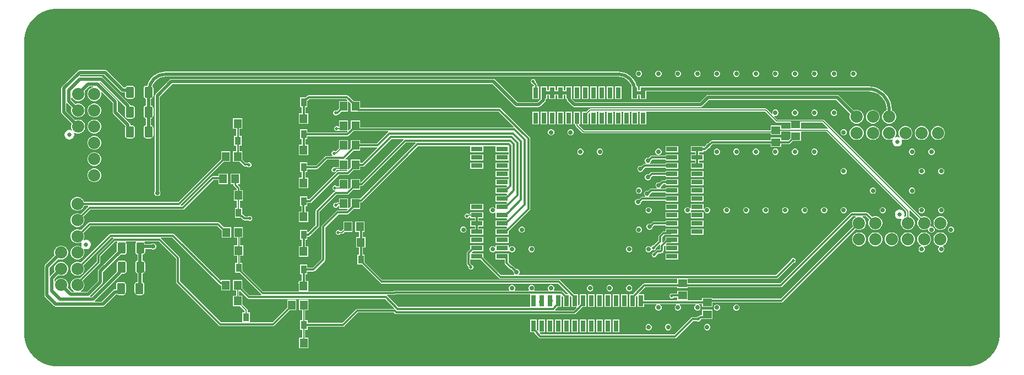
<source format=gtl>
G04*
G04 #@! TF.GenerationSoftware,Altium Limited,Altium Designer,24.0.1 (36)*
G04*
G04 Layer_Physical_Order=1*
G04 Layer_Color=255*
%FSLAX44Y44*%
%MOMM*%
G71*
G04*
G04 #@! TF.SameCoordinates,BB923111-6D0E-4387-AAE4-9FFB48530C1F*
G04*
G04*
G04 #@! TF.FilePolarity,Positive*
G04*
G01*
G75*
%ADD11C,0.2000*%
%ADD12R,1.7000X0.7400*%
%ADD13R,0.7400X1.7000*%
%ADD14R,1.3500X1.1500*%
%ADD15R,1.1500X1.3500*%
%ADD16R,0.9000X1.3000*%
G04:AMPARAMS|DCode=17|XSize=1.75mm|YSize=1.25mm|CornerRadius=0.3125mm|HoleSize=0mm|Usage=FLASHONLY|Rotation=90.000|XOffset=0mm|YOffset=0mm|HoleType=Round|Shape=RoundedRectangle|*
%AMROUNDEDRECTD17*
21,1,1.7500,0.6250,0,0,90.0*
21,1,1.1250,1.2500,0,0,90.0*
1,1,0.6250,0.3125,0.5625*
1,1,0.6250,0.3125,-0.5625*
1,1,0.6250,-0.3125,-0.5625*
1,1,0.6250,-0.3125,0.5625*
%
%ADD17ROUNDEDRECTD17*%
%ADD30C,0.5000*%
%ADD31C,0.3000*%
%ADD32C,0.2540*%
%ADD33C,7.0000*%
%ADD34C,1.8750*%
%ADD35C,0.6750*%
%ADD36C,8.0000*%
%ADD37C,0.7000*%
%ADD38C,0.5000*%
G36*
X1450000Y550000D02*
X1453277D01*
X1459775Y549144D01*
X1466106Y547448D01*
X1472162Y544940D01*
X1477838Y541663D01*
X1483038Y537673D01*
X1487673Y533038D01*
X1491663Y527838D01*
X1494940Y522162D01*
X1497448Y516106D01*
X1499144Y509775D01*
X1500000Y503277D01*
Y500000D01*
X1500000Y500000D01*
X1500000Y500000D01*
X1500000Y50000D01*
Y46723D01*
X1499144Y40224D01*
X1497448Y33893D01*
X1494940Y27838D01*
X1491663Y22162D01*
X1487673Y16962D01*
X1483038Y12327D01*
X1477838Y8337D01*
X1472162Y5060D01*
X1466106Y2552D01*
X1459775Y856D01*
X1453277Y0D01*
X1450000Y0D01*
X50000Y0D01*
X46723D01*
X40224Y856D01*
X33893Y2552D01*
X27838Y5060D01*
X22162Y8337D01*
X16962Y12327D01*
X12327Y16962D01*
X8337Y22162D01*
X5060Y27838D01*
X2552Y33893D01*
X856Y40224D01*
X0Y46723D01*
X0Y50000D01*
X0Y500000D01*
Y503277D01*
X856Y509775D01*
X2552Y516106D01*
X5060Y522162D01*
X8337Y527838D01*
X12327Y533038D01*
X16962Y537673D01*
X22162Y541663D01*
X27838Y544940D01*
X33893Y547448D01*
X40224Y549144D01*
X46723Y550000D01*
X50000D01*
X50000Y550000D01*
X1450000Y550000D01*
D02*
G37*
%LPC*%
G36*
X124460Y455964D02*
X124460Y455964D01*
X84851D01*
X84851Y455964D01*
X83380Y455671D01*
X82133Y454838D01*
X57877Y430582D01*
X57044Y429335D01*
X56751Y427864D01*
X56751Y427864D01*
Y390725D01*
X56751Y390725D01*
X57044Y389254D01*
X57877Y388007D01*
X72768Y373116D01*
X72631Y372879D01*
X71905Y370171D01*
Y367369D01*
X72631Y364661D01*
X73098Y363852D01*
X72168Y362922D01*
X71956Y363045D01*
X70107Y363540D01*
X68193D01*
X66344Y363045D01*
X64686Y362087D01*
X63333Y360734D01*
X62375Y359076D01*
X61880Y357227D01*
Y355313D01*
X62375Y353464D01*
X63333Y351806D01*
X64686Y350453D01*
X66344Y349495D01*
X68193Y349000D01*
X70107D01*
X71956Y349495D01*
X73614Y350453D01*
X74967Y351806D01*
X75925Y353464D01*
X76420Y355313D01*
Y357227D01*
X76000Y358793D01*
X76599Y359435D01*
X77031Y359665D01*
X78441Y358851D01*
X81149Y358125D01*
X83951D01*
X86659Y358851D01*
X89086Y360252D01*
X91068Y362234D01*
X92470Y364661D01*
X93195Y367369D01*
Y370171D01*
X92470Y372879D01*
X91068Y375306D01*
X89086Y377288D01*
X86659Y378689D01*
X83951Y379415D01*
X81149D01*
X78441Y378689D01*
X78204Y378552D01*
X64439Y392317D01*
Y404709D01*
X64556Y404800D01*
X65709Y405175D01*
X72768Y398116D01*
X72631Y397879D01*
X71905Y395171D01*
Y392369D01*
X72631Y389661D01*
X74032Y387234D01*
X76014Y385252D01*
X78441Y383851D01*
X81149Y383125D01*
X83951D01*
X86659Y383851D01*
X89086Y385252D01*
X91068Y387234D01*
X92470Y389661D01*
X93195Y392369D01*
Y395171D01*
X92470Y397879D01*
X91068Y400306D01*
X89086Y402288D01*
X86659Y403689D01*
X83951Y404415D01*
X81149D01*
X78441Y403689D01*
X78204Y403552D01*
X71979Y409777D01*
Y413250D01*
X73249Y413590D01*
X74032Y412234D01*
X76014Y410252D01*
X78441Y408851D01*
X81149Y408125D01*
X83951D01*
X86659Y408851D01*
X89086Y410252D01*
X91068Y412234D01*
X92470Y414661D01*
X93195Y417369D01*
Y420171D01*
X92470Y422879D01*
X92332Y423116D01*
X99712Y430496D01*
X105276D01*
X105444Y429226D01*
X103441Y428689D01*
X101014Y427288D01*
X99032Y425306D01*
X97631Y422879D01*
X96905Y420171D01*
Y417369D01*
X97631Y414661D01*
X99032Y412234D01*
X101014Y410252D01*
X103441Y408851D01*
X106149Y408125D01*
X108951D01*
X111659Y408851D01*
X114086Y410252D01*
X116068Y412234D01*
X117470Y414661D01*
X118195Y417369D01*
Y420171D01*
X117790Y421684D01*
X118928Y422341D01*
X135856Y405414D01*
Y391160D01*
X135856Y391160D01*
X136149Y389689D01*
X136982Y388442D01*
X155498Y369926D01*
Y368743D01*
X155015Y368020D01*
X154674Y366305D01*
Y355055D01*
X155015Y353340D01*
X155986Y351886D01*
X157440Y350915D01*
X159155Y350574D01*
X165405D01*
X167120Y350915D01*
X168574Y351886D01*
X169545Y353340D01*
X169886Y355055D01*
Y366305D01*
X169545Y368020D01*
X168574Y369474D01*
X167120Y370445D01*
X165405Y370786D01*
X164108D01*
X163186Y371518D01*
X162893Y372989D01*
X162060Y374236D01*
X162060Y374236D01*
X143544Y392752D01*
Y407006D01*
X143251Y408477D01*
X142418Y409724D01*
X142418Y409724D01*
X115745Y436397D01*
X115744Y436550D01*
X116237Y437701D01*
X116906Y437728D01*
X155072Y399562D01*
Y398585D01*
X155015Y398500D01*
X154674Y396785D01*
Y385535D01*
X155015Y383820D01*
X155986Y382366D01*
X157440Y381395D01*
X159155Y381054D01*
X165405D01*
X167120Y381395D01*
X168574Y382366D01*
X169545Y383820D01*
X169886Y385535D01*
Y396785D01*
X169545Y398500D01*
X168574Y399954D01*
X167120Y400925D01*
X165405Y401266D01*
X162738D01*
X162467Y402625D01*
X161634Y403872D01*
X161634Y403872D01*
X120828Y444678D01*
X119581Y445511D01*
X118110Y445804D01*
X118110Y445804D01*
X85767D01*
X85217Y446883D01*
X85198Y447031D01*
X86443Y448276D01*
X122868D01*
X149004Y422140D01*
X149004Y422140D01*
X150251Y421307D01*
X151722Y421014D01*
X151722Y421014D01*
X154674D01*
Y416015D01*
X155015Y414300D01*
X155986Y412846D01*
X157440Y411875D01*
X159155Y411534D01*
X165405D01*
X167120Y411875D01*
X168574Y412846D01*
X169545Y414300D01*
X169886Y416015D01*
Y427265D01*
X169545Y428980D01*
X168574Y430434D01*
X167120Y431405D01*
X165405Y431746D01*
X159155D01*
X157440Y431405D01*
X155986Y430434D01*
X155015Y428980D01*
X154960Y428702D01*
X153314D01*
X127178Y454838D01*
X125931Y455671D01*
X125687Y455720D01*
X124460Y455964D01*
D02*
G37*
G36*
X913320Y453440D02*
Y453424D01*
X217170D01*
Y453440D01*
X212593Y453080D01*
X208128Y452008D01*
X203886Y450251D01*
X199971Y447852D01*
X196480Y444870D01*
X193498Y441379D01*
X191099Y437464D01*
X189342Y433222D01*
X188988Y431746D01*
X187655D01*
X185940Y431405D01*
X184486Y430434D01*
X183515Y428980D01*
X183174Y427265D01*
Y416015D01*
X183515Y414300D01*
X184486Y412846D01*
X185940Y411875D01*
X186936Y411677D01*
Y401123D01*
X185940Y400925D01*
X184486Y399954D01*
X183515Y398500D01*
X183174Y396785D01*
Y385535D01*
X183515Y383820D01*
X184486Y382366D01*
X185940Y381395D01*
X186936Y381197D01*
Y370643D01*
X185940Y370445D01*
X184486Y369474D01*
X183515Y368020D01*
X183174Y366305D01*
Y355055D01*
X183515Y353340D01*
X184486Y351886D01*
X185940Y350915D01*
X187655Y350574D01*
X193905D01*
X195620Y350915D01*
X197074Y351886D01*
X198045Y353340D01*
X198386Y355055D01*
Y366305D01*
X198045Y368020D01*
X197074Y369474D01*
X195620Y370445D01*
X194624Y370643D01*
Y381197D01*
X195620Y381395D01*
X197074Y382366D01*
X198045Y383820D01*
X198386Y385535D01*
Y396785D01*
X198045Y398500D01*
X197074Y399954D01*
X195620Y400925D01*
X194624Y401123D01*
Y411677D01*
X195620Y411875D01*
X197074Y412846D01*
X198045Y414300D01*
X198386Y416015D01*
Y427265D01*
X198045Y428980D01*
X197074Y430434D01*
X196677Y430699D01*
X197208Y432449D01*
X199204Y436184D01*
X201891Y439459D01*
X205166Y442146D01*
X208901Y444142D01*
X212955Y445372D01*
X216999Y445770D01*
X217170Y445736D01*
X913320D01*
X913491Y445770D01*
X917535Y445372D01*
X921589Y444142D01*
X925324Y442146D01*
X928598Y439459D01*
X931286Y436184D01*
X933282Y432449D01*
X933829Y430647D01*
X933750Y430540D01*
X933750D01*
Y411000D01*
X943690D01*
Y416926D01*
X946450D01*
Y411000D01*
X956390D01*
Y422876D01*
X1298540D01*
X1298654Y422899D01*
X1302848Y422569D01*
X1307050Y421560D01*
X1311042Y419907D01*
X1314726Y417649D01*
X1318012Y414842D01*
X1320819Y411556D01*
X1323076Y407872D01*
X1324730Y403880D01*
X1325739Y399678D01*
X1326069Y395484D01*
X1326046Y395370D01*
Y393830D01*
X1325781Y393759D01*
X1323354Y392358D01*
X1321372Y390376D01*
X1319971Y387949D01*
X1319245Y385241D01*
Y382439D01*
X1319971Y379731D01*
X1321372Y377304D01*
X1323354Y375322D01*
X1325781Y373921D01*
X1328489Y373195D01*
X1331291D01*
X1333999Y373921D01*
X1336426Y375322D01*
X1338408Y377304D01*
X1339810Y379731D01*
X1340535Y382439D01*
Y385241D01*
X1339810Y387949D01*
X1338408Y390376D01*
X1336426Y392358D01*
X1333999Y393759D01*
X1333734Y393830D01*
Y395370D01*
X1333769D01*
X1333335Y400881D01*
X1332044Y406256D01*
X1329929Y411363D01*
X1327041Y416077D01*
X1323450Y420280D01*
X1319247Y423871D01*
X1314533Y426759D01*
X1309426Y428874D01*
X1304051Y430165D01*
X1298540Y430599D01*
Y430564D01*
X952620D01*
X952620Y430564D01*
X952500Y430540D01*
X946450D01*
Y424614D01*
X943690D01*
Y430540D01*
X941792D01*
X941148Y433222D01*
X939391Y437464D01*
X936992Y441379D01*
X934010Y444870D01*
X930519Y447852D01*
X926604Y450251D01*
X922362Y452008D01*
X917897Y453080D01*
X913320Y453440D01*
D02*
G37*
G36*
X1275948Y454770D02*
X1274051D01*
X1272298Y454044D01*
X1270956Y452702D01*
X1270230Y450949D01*
Y449051D01*
X1270956Y447298D01*
X1272298Y445956D01*
X1274051Y445230D01*
X1275948D01*
X1277702Y445956D01*
X1279043Y447298D01*
X1279770Y449051D01*
Y450949D01*
X1279043Y452702D01*
X1277702Y454044D01*
X1275948Y454770D01*
D02*
G37*
G36*
X1245948D02*
X1244051D01*
X1242298Y454044D01*
X1240956Y452702D01*
X1240230Y450949D01*
Y449051D01*
X1240956Y447298D01*
X1242298Y445956D01*
X1244051Y445230D01*
X1245948D01*
X1247702Y445956D01*
X1249043Y447298D01*
X1249770Y449051D01*
Y450949D01*
X1249043Y452702D01*
X1247702Y454044D01*
X1245948Y454770D01*
D02*
G37*
G36*
X1215948D02*
X1214051D01*
X1212298Y454044D01*
X1210956Y452702D01*
X1210230Y450949D01*
Y449051D01*
X1210956Y447298D01*
X1212298Y445956D01*
X1214051Y445230D01*
X1215948D01*
X1217702Y445956D01*
X1219043Y447298D01*
X1219770Y449051D01*
Y450949D01*
X1219043Y452702D01*
X1217702Y454044D01*
X1215948Y454770D01*
D02*
G37*
G36*
X1185948D02*
X1184051D01*
X1182298Y454044D01*
X1180956Y452702D01*
X1180230Y450949D01*
Y449051D01*
X1180956Y447298D01*
X1182298Y445956D01*
X1184051Y445230D01*
X1185948D01*
X1187702Y445956D01*
X1189043Y447298D01*
X1189770Y449051D01*
Y450949D01*
X1189043Y452702D01*
X1187702Y454044D01*
X1185948Y454770D01*
D02*
G37*
G36*
X1155948D02*
X1154051D01*
X1152298Y454044D01*
X1150956Y452702D01*
X1150230Y450949D01*
Y449051D01*
X1150956Y447298D01*
X1152298Y445956D01*
X1154051Y445230D01*
X1155948D01*
X1157702Y445956D01*
X1159044Y447298D01*
X1159770Y449051D01*
Y450949D01*
X1159044Y452702D01*
X1157702Y454044D01*
X1155948Y454770D01*
D02*
G37*
G36*
X1125948D02*
X1124051D01*
X1122298Y454044D01*
X1120956Y452702D01*
X1120230Y450949D01*
Y449051D01*
X1120956Y447298D01*
X1122298Y445956D01*
X1124051Y445230D01*
X1125948D01*
X1127702Y445956D01*
X1129044Y447298D01*
X1129770Y449051D01*
Y450949D01*
X1129044Y452702D01*
X1127702Y454044D01*
X1125948Y454770D01*
D02*
G37*
G36*
X1095948D02*
X1094051D01*
X1092298Y454044D01*
X1090956Y452702D01*
X1090230Y450949D01*
Y449051D01*
X1090956Y447298D01*
X1092298Y445956D01*
X1094051Y445230D01*
X1095948D01*
X1097702Y445956D01*
X1099044Y447298D01*
X1099770Y449051D01*
Y450949D01*
X1099044Y452702D01*
X1097702Y454044D01*
X1095948Y454770D01*
D02*
G37*
G36*
X1065948D02*
X1064051D01*
X1062298Y454044D01*
X1060956Y452702D01*
X1060230Y450949D01*
Y449051D01*
X1060956Y447298D01*
X1062298Y445956D01*
X1064051Y445230D01*
X1065948D01*
X1067702Y445956D01*
X1069044Y447298D01*
X1069770Y449051D01*
Y450949D01*
X1069044Y452702D01*
X1067702Y454044D01*
X1065948Y454770D01*
D02*
G37*
G36*
X1035948D02*
X1034051D01*
X1032298Y454044D01*
X1030956Y452702D01*
X1030230Y450949D01*
Y449051D01*
X1030956Y447298D01*
X1032298Y445956D01*
X1034051Y445230D01*
X1035948D01*
X1037702Y445956D01*
X1039044Y447298D01*
X1039770Y449051D01*
Y450949D01*
X1039044Y452702D01*
X1037702Y454044D01*
X1035948Y454770D01*
D02*
G37*
G36*
X1005948D02*
X1004051D01*
X1002298Y454044D01*
X1000956Y452702D01*
X1000230Y450949D01*
Y449051D01*
X1000956Y447298D01*
X1002298Y445956D01*
X1004051Y445230D01*
X1005948D01*
X1007702Y445956D01*
X1009044Y447298D01*
X1009770Y449051D01*
Y450949D01*
X1009044Y452702D01*
X1007702Y454044D01*
X1005948Y454770D01*
D02*
G37*
G36*
X975948D02*
X974051D01*
X972298Y454044D01*
X970956Y452702D01*
X970230Y450949D01*
Y449051D01*
X970956Y447298D01*
X972298Y445956D01*
X974051Y445230D01*
X975948D01*
X977702Y445956D01*
X979044Y447298D01*
X979770Y449051D01*
Y450949D01*
X979044Y452702D01*
X977702Y454044D01*
X975948Y454770D01*
D02*
G37*
G36*
X945948D02*
X944051D01*
X942298Y454044D01*
X940956Y452702D01*
X940230Y450949D01*
Y449051D01*
X940956Y447298D01*
X942298Y445956D01*
X944051Y445230D01*
X945948D01*
X947702Y445956D01*
X949044Y447298D01*
X949770Y449051D01*
Y450949D01*
X949044Y452702D01*
X947702Y454044D01*
X945948Y454770D01*
D02*
G37*
G36*
X721360Y441994D02*
X721360Y441994D01*
X226060D01*
X226060Y441994D01*
X224589Y441701D01*
X223342Y440868D01*
X223342Y440868D01*
X201752Y419278D01*
X200919Y418031D01*
X200626Y416560D01*
X200626Y416560D01*
Y269602D01*
X200426Y269402D01*
X199700Y267649D01*
Y265751D01*
X200426Y263998D01*
X201768Y262656D01*
X203521Y261930D01*
X205419D01*
X207172Y262656D01*
X208514Y263998D01*
X209240Y265751D01*
Y267649D01*
X208514Y269402D01*
X208314Y269602D01*
Y414968D01*
X227652Y434306D01*
X719768D01*
X754181Y399893D01*
X754181Y399893D01*
X755428Y399060D01*
X756899Y398767D01*
X790902D01*
X790902Y398767D01*
X792373Y399060D01*
X793620Y399893D01*
X800538Y406811D01*
X800538Y406811D01*
X801371Y408058D01*
X801664Y409529D01*
X801664Y409529D01*
Y411000D01*
X803990D01*
Y416926D01*
X806750D01*
Y411000D01*
X816690D01*
Y416926D01*
X819450D01*
Y411000D01*
X829390D01*
Y416926D01*
X832150D01*
Y411000D01*
X833673D01*
X834476Y410090D01*
X834769Y408619D01*
X835602Y407372D01*
X843102Y399872D01*
X844349Y399039D01*
X845820Y398746D01*
X845820Y398746D01*
X1040470D01*
X1040470Y398746D01*
X1041941Y399039D01*
X1043188Y399872D01*
X1053212Y409896D01*
X1248398D01*
X1270108Y388186D01*
X1269970Y387949D01*
X1269245Y385241D01*
Y382439D01*
X1269970Y379731D01*
X1271372Y377304D01*
X1273354Y375322D01*
X1275781Y373921D01*
X1278489Y373195D01*
X1281291D01*
X1283999Y373921D01*
X1286426Y375322D01*
X1288408Y377304D01*
X1289810Y379731D01*
X1290535Y382439D01*
Y385241D01*
X1289810Y387949D01*
X1288408Y390376D01*
X1286426Y392358D01*
X1283999Y393759D01*
X1281291Y394485D01*
X1278489D01*
X1275781Y393759D01*
X1275544Y393622D01*
X1252708Y416458D01*
X1251461Y417291D01*
X1249990Y417584D01*
X1249990Y417584D01*
X1051620D01*
X1051620Y417584D01*
X1050149Y417291D01*
X1048902Y416458D01*
X1048902Y416458D01*
X1038877Y406434D01*
X847412D01*
X842164Y411682D01*
Y419570D01*
X842164Y419570D01*
X842090Y419942D01*
Y430540D01*
X832150D01*
Y424614D01*
X829390D01*
Y430540D01*
X819450D01*
Y424614D01*
X816690D01*
Y430540D01*
X806750D01*
Y424614D01*
X803990D01*
Y430540D01*
X794050D01*
Y419941D01*
X793976Y419570D01*
X793976Y419570D01*
Y411121D01*
X789310Y406455D01*
X758491D01*
X724078Y440868D01*
X722831Y441701D01*
X722587Y441750D01*
X721360Y441994D01*
D02*
G37*
G36*
X496230Y416844D02*
X496230Y416844D01*
X437120D01*
X437120Y416844D01*
X436039Y416629D01*
X435123Y416017D01*
X435123Y416017D01*
X433330Y414224D01*
X432500D01*
X432227Y414170D01*
X423730D01*
Y398630D01*
X426676D01*
Y389020D01*
X422230D01*
Y372980D01*
X436270D01*
Y389020D01*
X432324D01*
Y398630D01*
X435270D01*
Y408729D01*
X435581Y408791D01*
X436497Y409403D01*
X438290Y411196D01*
X495060D01*
X496966Y409290D01*
X496440Y408020D01*
X483730D01*
Y395974D01*
X480866Y393111D01*
X479540Y393660D01*
X478040D01*
X476655Y393086D01*
X475594Y392025D01*
X475020Y390640D01*
Y389140D01*
X475594Y387755D01*
X476655Y386694D01*
X478040Y386120D01*
X479540D01*
X480925Y386694D01*
X481297Y387066D01*
X481640D01*
X481640Y387066D01*
X482721Y387281D01*
X483637Y387893D01*
X487724Y391980D01*
X497770D01*
Y406690D01*
X499040Y407216D01*
X502230Y404026D01*
Y391980D01*
X513227D01*
X513500Y391926D01*
X729667D01*
X752749Y368844D01*
X752223Y367574D01*
X516270D01*
Y378020D01*
X502230D01*
Y365974D01*
X499040Y362784D01*
X497770Y363310D01*
Y378020D01*
X483730D01*
Y369218D01*
X482460Y368692D01*
X482196Y368956D01*
X480810Y369530D01*
X479310D01*
X477924Y368956D01*
X476864Y367896D01*
X476290Y366510D01*
Y365010D01*
X476864Y363624D01*
X477924Y362564D01*
X479310Y361990D01*
X480810D01*
X482196Y362564D01*
X482460Y362828D01*
X483730Y362302D01*
Y361980D01*
X496440D01*
X496966Y360710D01*
X495950Y359694D01*
X435270D01*
Y364640D01*
X423730D01*
Y349100D01*
X426676D01*
Y340760D01*
X422230D01*
Y324720D01*
X436270D01*
Y340760D01*
X432324D01*
Y349100D01*
X435270D01*
Y354046D01*
X497120D01*
X497120Y354046D01*
X498201Y354261D01*
X499117Y354873D01*
X506224Y361980D01*
X513227D01*
X513500Y361926D01*
X513500Y361926D01*
X559673D01*
X559814Y361536D01*
X559885Y360656D01*
X559168Y360177D01*
X559168Y360177D01*
X541815Y342824D01*
X516270D01*
Y348020D01*
X502230D01*
Y335974D01*
X499040Y332784D01*
X497770Y333310D01*
Y348020D01*
X483730D01*
Y335253D01*
X479025Y330549D01*
X478693D01*
X478386Y330856D01*
X477000Y331430D01*
X475500D01*
X474114Y330856D01*
X473054Y329795D01*
X472480Y328410D01*
Y326910D01*
X473054Y325524D01*
X473694Y324884D01*
X473168Y323614D01*
X464300D01*
X464300Y323614D01*
X463219Y323399D01*
X462303Y322787D01*
X448410Y308894D01*
X435270D01*
Y313840D01*
X423730D01*
Y298300D01*
X426676D01*
Y289960D01*
X422230D01*
Y273920D01*
X436270D01*
Y289960D01*
X432324D01*
Y298300D01*
X435270D01*
Y303246D01*
X449580D01*
X449580Y303246D01*
X450661Y303461D01*
X451577Y304073D01*
X465470Y317966D01*
X483730D01*
Y306565D01*
X479052D01*
X478166Y306388D01*
X477415Y305887D01*
X477395Y305866D01*
X477000Y306030D01*
X475500D01*
X474114Y305456D01*
X473054Y304396D01*
X472480Y303010D01*
Y301510D01*
X473054Y300124D01*
X474114Y299064D01*
X475500Y298490D01*
X477000D01*
X478386Y299064D01*
X479446Y300124D01*
X480020Y301510D01*
Y301936D01*
X486000D01*
X486224Y301980D01*
X496110D01*
X496634Y300790D01*
X496012Y300004D01*
X482600D01*
X482600Y300004D01*
X481519Y299789D01*
X480603Y299177D01*
X438250Y256824D01*
X435270D01*
Y261770D01*
X423730D01*
Y246230D01*
X426426D01*
Y237890D01*
X422230D01*
Y221850D01*
X436270D01*
Y237890D01*
X432074D01*
Y246230D01*
X435270D01*
Y251176D01*
X439420D01*
X439420Y251176D01*
X440501Y251391D01*
X441417Y252003D01*
X483770Y294356D01*
X497430D01*
X497430Y294356D01*
X498511Y294571D01*
X499427Y295183D01*
X506224Y301980D01*
X516270D01*
Y307176D01*
X520820D01*
X520820Y307176D01*
X521901Y307391D01*
X522817Y308003D01*
X564630Y349816D01*
X582786D01*
X583312Y348546D01*
X517590Y282824D01*
X516270D01*
Y288020D01*
X502230D01*
Y275974D01*
X499040Y272784D01*
X497770Y273310D01*
Y288020D01*
X483730D01*
Y276635D01*
X480537D01*
X479655Y277516D01*
X478270Y278090D01*
X476770D01*
X475384Y277516D01*
X474324Y276455D01*
X473750Y275070D01*
Y273570D01*
X474324Y272185D01*
X475384Y271124D01*
X476770Y270550D01*
X477388Y270550D01*
X477710Y269280D01*
X477596Y269196D01*
X477483Y269121D01*
X476680Y268584D01*
X448853Y240757D01*
X448241Y239841D01*
X448026Y238760D01*
X448026Y238760D01*
Y217070D01*
X436540Y205584D01*
X435270Y206110D01*
Y209700D01*
X423730D01*
Y194160D01*
X426676D01*
Y184550D01*
X422230D01*
Y168510D01*
X436270D01*
Y184550D01*
X432324D01*
Y194160D01*
X435270D01*
Y199106D01*
X436880D01*
X436880Y199106D01*
X437961Y199321D01*
X438877Y199933D01*
X452847Y213903D01*
X452847Y213903D01*
X453459Y214819D01*
X453674Y215900D01*
Y237590D01*
X479847Y263762D01*
X496837D01*
X496837Y263762D01*
X497918Y263977D01*
X498834Y264590D01*
X506224Y271980D01*
X516270D01*
Y277176D01*
X518760D01*
X518760Y277176D01*
X519841Y277391D01*
X520757Y278003D01*
X587030Y344276D01*
X601376D01*
X601902Y343006D01*
X517357Y258461D01*
X516270Y258020D01*
X516270Y258020D01*
Y258020D01*
X516270Y258020D01*
X502230D01*
Y245974D01*
X499040Y242784D01*
X497770Y243310D01*
Y258020D01*
X483730D01*
Y252314D01*
X481952D01*
X481066Y252138D01*
X480315Y251637D01*
X479935Y251256D01*
X479540Y251420D01*
X478040D01*
X476655Y250846D01*
X475594Y249785D01*
X475020Y248400D01*
Y246900D01*
X475594Y245515D01*
X476655Y244454D01*
X478040Y243880D01*
X479540D01*
X480925Y244454D01*
X481986Y245515D01*
X482460Y246659D01*
X483730Y246406D01*
Y241980D01*
X496440D01*
X496966Y240710D01*
X495667Y239411D01*
X481697D01*
X481697Y239411D01*
X480616Y239196D01*
X479700Y238584D01*
X479700Y238584D01*
X457743Y216627D01*
X457131Y215711D01*
X456916Y214630D01*
X456916Y214630D01*
Y165000D01*
X443330Y151414D01*
X435270D01*
Y156360D01*
X423730D01*
Y140820D01*
X426676D01*
Y131924D01*
X425406Y131255D01*
X425360Y131264D01*
X424360D01*
X424087Y131210D01*
X422230D01*
Y130238D01*
X421751Y129521D01*
X421536Y128440D01*
X421751Y127359D01*
X422230Y126642D01*
Y115224D01*
X367440D01*
X335310Y147354D01*
Y158900D01*
X331855D01*
Y169780D01*
X336310D01*
Y185820D01*
X331855D01*
Y197720D01*
X336270D01*
Y213760D01*
X322230D01*
Y197720D01*
X327225D01*
Y185820D01*
X322270D01*
Y169780D01*
X327225D01*
Y158900D01*
X323770D01*
Y143360D01*
X331316D01*
X364273Y110403D01*
X364406Y110314D01*
X364020Y109044D01*
X346430D01*
X335040Y120434D01*
Y132480D01*
X321000D01*
Y116440D01*
X325705D01*
Y108350D01*
X321000D01*
Y92310D01*
X331767D01*
X338656Y85421D01*
Y82700D01*
X335200D01*
Y67214D01*
X302540D01*
X239044Y130710D01*
Y166370D01*
X238829Y167451D01*
X238217Y168367D01*
X210187Y196397D01*
X209935Y196566D01*
X210320Y197836D01*
X227430D01*
X299944Y125321D01*
X299944Y125321D01*
X300861Y124709D01*
X301942Y124494D01*
X302500Y123456D01*
Y116440D01*
X316540D01*
Y132480D01*
X302500D01*
Y132414D01*
X301327Y131927D01*
X230597Y202657D01*
X229681Y203269D01*
X228600Y203484D01*
X228600Y203484D01*
X132370D01*
X132370Y203484D01*
X131289Y203269D01*
X130373Y202657D01*
X130373Y202657D01*
X86761Y159045D01*
X85609Y159710D01*
X82901Y160435D01*
X80098D01*
X77391Y159710D01*
X74964Y158308D01*
X72982Y156326D01*
X71581Y153899D01*
X70855Y151191D01*
Y148389D01*
X71581Y145681D01*
X72982Y143254D01*
X74964Y141272D01*
X77391Y139871D01*
X80098Y139145D01*
X82901D01*
X85609Y139871D01*
X88036Y141272D01*
X90018Y143254D01*
X91419Y145681D01*
X92145Y148389D01*
Y151191D01*
X91419Y153899D01*
X90755Y155050D01*
X133540Y197836D01*
X136390D01*
X136775Y196566D01*
X136523Y196397D01*
X112003Y171877D01*
X111391Y170961D01*
X111176Y169880D01*
X111176Y169880D01*
Y160890D01*
X85125Y134839D01*
X82901Y135435D01*
X80098D01*
X77391Y134710D01*
X74964Y133308D01*
X72982Y131326D01*
X71581Y128899D01*
X70855Y126191D01*
Y123389D01*
X71581Y120681D01*
X72982Y118254D01*
X74964Y116272D01*
X76320Y115489D01*
X75980Y114219D01*
X72507D01*
X66282Y120444D01*
X66420Y120681D01*
X67145Y123389D01*
Y126191D01*
X66420Y128899D01*
X65018Y131326D01*
X63036Y133308D01*
X60609Y134710D01*
X57901Y135435D01*
X55099D01*
X52391Y134710D01*
X49964Y133308D01*
X47982Y131326D01*
X47199Y129970D01*
X45929Y130310D01*
Y133783D01*
X52154Y140008D01*
X52391Y139871D01*
X55099Y139145D01*
X57901D01*
X60609Y139871D01*
X63036Y141272D01*
X65018Y143254D01*
X66420Y145681D01*
X67145Y148389D01*
Y151191D01*
X66420Y153899D01*
X65018Y156326D01*
X63036Y158308D01*
X60609Y159710D01*
X57901Y160435D01*
X55099D01*
X52391Y159710D01*
X49964Y158308D01*
X47982Y156326D01*
X46581Y153899D01*
X45855Y151191D01*
Y148389D01*
X46581Y145681D01*
X46718Y145444D01*
X39659Y138385D01*
X38507Y138759D01*
X38389Y138851D01*
Y151243D01*
X52154Y165008D01*
X52391Y164870D01*
X55099Y164145D01*
X57901D01*
X60609Y164870D01*
X63036Y166272D01*
X65018Y168254D01*
X66420Y170681D01*
X67145Y173389D01*
Y176191D01*
X66420Y178899D01*
X65018Y181326D01*
X63036Y183308D01*
X60609Y184709D01*
X57901Y185435D01*
X55099D01*
X52391Y184709D01*
X49964Y183308D01*
X47982Y181326D01*
X46581Y178899D01*
X45855Y176191D01*
Y173389D01*
X46581Y170681D01*
X46718Y170444D01*
X31827Y155553D01*
X30994Y154306D01*
X30701Y152835D01*
X30701Y152835D01*
Y108965D01*
X30701Y108965D01*
X30994Y107494D01*
X31827Y106247D01*
X45497Y92577D01*
X45497Y92577D01*
X46744Y91744D01*
X48215Y91451D01*
X48215Y91451D01*
X120695D01*
X120695Y91451D01*
X122166Y91744D01*
X123413Y92577D01*
X141389Y110553D01*
X142346D01*
X143750Y109615D01*
X145465Y109274D01*
X151715D01*
X153430Y109615D01*
X154884Y110586D01*
X155855Y112040D01*
X156196Y113755D01*
Y125005D01*
X155855Y126720D01*
X154884Y128174D01*
X153430Y129145D01*
X151715Y129486D01*
X145465D01*
X143750Y129145D01*
X142296Y128174D01*
X141325Y126720D01*
X140984Y125005D01*
Y118241D01*
X139797D01*
X138326Y117948D01*
X137079Y117115D01*
X137079Y117115D01*
X119103Y99139D01*
X108851D01*
X108759Y99256D01*
X108385Y100409D01*
X148934Y140958D01*
X149767Y142205D01*
X149785Y142294D01*
X152705D01*
X154420Y142635D01*
X155874Y143606D01*
X156845Y145060D01*
X157186Y146775D01*
Y158025D01*
X156845Y159740D01*
X155874Y161194D01*
X154420Y162165D01*
X152705Y162506D01*
X146455D01*
X144740Y162165D01*
X143286Y161194D01*
X142315Y159740D01*
X141974Y158025D01*
Y146775D01*
X142290Y145186D01*
X103783Y106679D01*
X101151D01*
X101060Y106797D01*
X100685Y107949D01*
X119561Y126825D01*
X119561Y126825D01*
X120395Y128072D01*
X120687Y129543D01*
Y144461D01*
X147730Y171504D01*
X152705D01*
X154420Y171845D01*
X155874Y172816D01*
X156845Y174270D01*
X157186Y175985D01*
Y187235D01*
X156845Y188950D01*
X155939Y190306D01*
X156052Y190797D01*
X156405Y191576D01*
X171255D01*
X171608Y190797D01*
X171721Y190306D01*
X170815Y188950D01*
X170474Y187235D01*
Y175985D01*
X170815Y174270D01*
X171786Y172816D01*
X173240Y171845D01*
X173956Y171703D01*
Y162307D01*
X173240Y162165D01*
X171786Y161194D01*
X170815Y159740D01*
X170474Y158025D01*
Y146775D01*
X170815Y145060D01*
X171786Y143606D01*
X173240Y142635D01*
X173956Y142493D01*
Y129484D01*
X172250Y129145D01*
X170796Y128174D01*
X169825Y126720D01*
X169484Y125005D01*
Y113755D01*
X169825Y112040D01*
X170796Y110586D01*
X172250Y109615D01*
X173965Y109274D01*
X180215D01*
X181930Y109615D01*
X183384Y110586D01*
X184355Y112040D01*
X184696Y113755D01*
Y125005D01*
X184355Y126720D01*
X183384Y128174D01*
X181930Y129145D01*
X181644Y129202D01*
Y142381D01*
X182920Y142635D01*
X184374Y143606D01*
X185345Y145060D01*
X185686Y146775D01*
Y158025D01*
X185345Y159740D01*
X184374Y161194D01*
X182920Y162165D01*
X181644Y162419D01*
Y171591D01*
X182920Y171845D01*
X184374Y172816D01*
X185345Y174270D01*
X185686Y175985D01*
Y180306D01*
X195218D01*
X195418Y180106D01*
X197171Y179380D01*
X199069D01*
X200822Y180106D01*
X202164Y181448D01*
X202890Y183201D01*
Y185099D01*
X202164Y186852D01*
X200822Y188194D01*
X199069Y188920D01*
X197171D01*
X195418Y188194D01*
X195218Y187994D01*
X185535D01*
X185345Y188950D01*
X184439Y190306D01*
X184552Y190797D01*
X184905Y191576D01*
X207020D01*
X233396Y165200D01*
Y129540D01*
X233396Y129540D01*
X233611Y128459D01*
X234223Y127543D01*
X299373Y62393D01*
X299373Y62393D01*
X300289Y61781D01*
X301370Y61566D01*
X301370Y61566D01*
X382530D01*
X382530Y61566D01*
X383611Y61781D01*
X384527Y62393D01*
X408094Y85960D01*
X418140D01*
Y102000D01*
X404100D01*
Y89954D01*
X381360Y67214D01*
X346740D01*
Y82700D01*
X343284D01*
Y86380D01*
X343108Y87266D01*
X342607Y88017D01*
X335040Y95583D01*
Y108350D01*
X330335D01*
Y115355D01*
X331604Y115881D01*
X343263Y104223D01*
X343263Y104223D01*
X344179Y103611D01*
X345260Y103396D01*
X554876D01*
X568977Y89294D01*
X568451Y88024D01*
X511900D01*
X510820Y87809D01*
X509903Y87197D01*
X509903Y87197D01*
X489031Y66324D01*
X435640D01*
Y71270D01*
X431935D01*
Y85960D01*
X436640D01*
Y102000D01*
X422600D01*
Y85960D01*
X427305D01*
Y71270D01*
X424100D01*
Y55730D01*
X427305D01*
Y43580D01*
X422600D01*
Y27540D01*
X436640D01*
Y43580D01*
X431935D01*
Y55730D01*
X435640D01*
Y60676D01*
X490200D01*
X490201Y60676D01*
X491281Y60891D01*
X492197Y61503D01*
X513070Y82376D01*
X568061D01*
X569744Y80693D01*
X569744Y80693D01*
X570660Y80081D01*
X571741Y79866D01*
X845963D01*
X845963Y79866D01*
X847044Y80081D01*
X847961Y80693D01*
X855867Y88600D01*
X855867Y88600D01*
X856479Y89516D01*
X856507Y89652D01*
X857854Y91000D01*
X863800D01*
Y110540D01*
X853860D01*
Y94994D01*
X852370Y93504D01*
X851100Y94030D01*
Y110540D01*
X845154D01*
X843807Y111888D01*
X843779Y112024D01*
X843167Y112941D01*
X843167Y112941D01*
X824110Y131997D01*
X823194Y132609D01*
X822113Y132824D01*
X822113Y132824D01*
X550500D01*
X523270Y160054D01*
Y171600D01*
X520324D01*
Y182480D01*
X524270D01*
Y198520D01*
X520324D01*
Y206610D01*
X523000D01*
Y222650D01*
X508960D01*
Y206610D01*
X514676D01*
Y198520D01*
X510230D01*
Y182480D01*
X514676D01*
Y171600D01*
X511730D01*
Y156060D01*
X519276D01*
X547333Y128003D01*
X547333Y128003D01*
X548249Y127391D01*
X549330Y127176D01*
X549330Y127176D01*
X820944D01*
X836406Y111713D01*
X835920Y110540D01*
X832454D01*
X831106Y111888D01*
X831079Y112024D01*
X830467Y112941D01*
X830467Y112941D01*
X828101Y115307D01*
X827184Y115919D01*
X826103Y116134D01*
X826103Y116134D01*
X814539D01*
X814088Y117404D01*
X814770Y119051D01*
Y120949D01*
X814044Y122702D01*
X812702Y124044D01*
X810949Y124770D01*
X809051D01*
X807298Y124044D01*
X805956Y122702D01*
X805230Y120949D01*
Y119051D01*
X805912Y117404D01*
X805460Y116134D01*
X784539D01*
X784088Y117404D01*
X784770Y119051D01*
Y120949D01*
X784044Y122702D01*
X782702Y124044D01*
X780949Y124770D01*
X779051D01*
X777298Y124044D01*
X775956Y122702D01*
X775230Y120949D01*
Y119051D01*
X775912Y117404D01*
X775460Y116134D01*
X754539D01*
X754088Y117404D01*
X754770Y119051D01*
Y120949D01*
X754044Y122702D01*
X752702Y124044D01*
X750949Y124770D01*
X749051D01*
X747298Y124044D01*
X745956Y122702D01*
X745230Y120949D01*
Y119051D01*
X745912Y117404D01*
X745460Y116134D01*
X569240D01*
X569240Y116134D01*
X568159Y115919D01*
X567243Y115307D01*
X567160Y115224D01*
X436270D01*
Y131210D01*
X432324D01*
Y140820D01*
X435270D01*
Y145766D01*
X444500D01*
X444500Y145766D01*
X445581Y145981D01*
X446497Y146593D01*
X461737Y161833D01*
X462349Y162749D01*
X462564Y163830D01*
Y213460D01*
X482867Y233762D01*
X496837D01*
X496837Y233762D01*
X497918Y233977D01*
X498834Y234590D01*
X506224Y241980D01*
X516270D01*
Y251788D01*
X517502D01*
X517502Y251788D01*
X518583Y252003D01*
X519499Y252615D01*
X605620Y338736D01*
X685910D01*
Y328850D01*
X705450D01*
Y338736D01*
X724910D01*
Y328850D01*
X744396D01*
Y326090D01*
X724910D01*
Y316150D01*
X744396D01*
Y313390D01*
X724910D01*
Y303450D01*
X744396D01*
Y300690D01*
X724910D01*
Y290750D01*
X744396D01*
Y287990D01*
X724910D01*
Y278050D01*
X741420D01*
X741946Y276780D01*
X740456Y275290D01*
X724910D01*
Y265350D01*
X741420D01*
X741946Y264080D01*
X740456Y262590D01*
X724910D01*
Y252650D01*
X741420D01*
X741946Y251380D01*
X740456Y249890D01*
X724910D01*
Y243631D01*
X723640Y243106D01*
X722702Y244044D01*
X720949Y244770D01*
X719051D01*
X717298Y244044D01*
X715956Y242702D01*
X715230Y240949D01*
Y239051D01*
X715956Y237298D01*
X717298Y235956D01*
X719051Y235230D01*
X720949D01*
X722702Y235956D01*
X723011Y236265D01*
X724125Y236693D01*
X724125Y236693D01*
X724125Y236693D01*
X724910Y236368D01*
X724910Y236112D01*
Y227250D01*
X741420D01*
X741946Y225980D01*
X740456Y224490D01*
X724910D01*
Y214550D01*
X741420D01*
X741946Y213280D01*
X740456Y211790D01*
X724910D01*
Y201850D01*
X744450D01*
Y207796D01*
X745798Y209144D01*
X745934Y209171D01*
X746851Y209783D01*
X776917Y239849D01*
X777529Y240766D01*
X777744Y241847D01*
Y350667D01*
X777744Y350667D01*
X777529Y351748D01*
X776917Y352664D01*
X776917Y352664D01*
X732834Y396747D01*
X731918Y397359D01*
X730837Y397574D01*
X730837Y397574D01*
X516270D01*
Y408020D01*
X506224D01*
X498227Y416017D01*
X497311Y416629D01*
X496230Y416844D01*
D02*
G37*
G36*
X918290Y430540D02*
X908350D01*
Y411000D01*
X918290D01*
Y430540D01*
D02*
G37*
G36*
X905590D02*
X895650D01*
Y411000D01*
X905590D01*
Y430540D01*
D02*
G37*
G36*
X892890D02*
X882950D01*
Y411000D01*
X892890D01*
Y430540D01*
D02*
G37*
G36*
X880190D02*
X870250D01*
Y411000D01*
X880190D01*
Y430540D01*
D02*
G37*
G36*
X867490D02*
X857550D01*
Y411000D01*
X867490D01*
Y430540D01*
D02*
G37*
G36*
X854790D02*
X844850D01*
Y411000D01*
X854790D01*
Y430540D01*
D02*
G37*
G36*
X783070Y441920D02*
X781570D01*
X780184Y441346D01*
X779124Y440285D01*
X778550Y438900D01*
Y437400D01*
X779124Y436015D01*
X780184Y434954D01*
X781570Y434380D01*
X781762D01*
X783730Y432412D01*
Y430540D01*
X781350D01*
Y411000D01*
X791290D01*
Y430540D01*
X788910D01*
Y433484D01*
X788713Y434475D01*
X788151Y435316D01*
X786083Y437384D01*
X786090Y437400D01*
Y438900D01*
X785516Y440285D01*
X784455Y441346D01*
X783070Y441920D01*
D02*
G37*
G36*
X1245948Y394770D02*
X1244051D01*
X1242298Y394044D01*
X1240956Y392702D01*
X1240230Y390949D01*
Y389051D01*
X1240956Y387298D01*
X1242298Y385956D01*
X1244051Y385230D01*
X1245948D01*
X1247702Y385956D01*
X1249043Y387298D01*
X1249770Y389051D01*
Y390949D01*
X1249043Y392702D01*
X1247702Y394044D01*
X1245948Y394770D01*
D02*
G37*
G36*
X1215948D02*
X1214051D01*
X1212298Y394044D01*
X1210956Y392702D01*
X1210230Y390949D01*
Y389051D01*
X1210956Y387298D01*
X1212298Y385956D01*
X1214051Y385230D01*
X1215948D01*
X1217702Y385956D01*
X1219043Y387298D01*
X1219770Y389051D01*
Y390949D01*
X1219043Y392702D01*
X1217702Y394044D01*
X1215948Y394770D01*
D02*
G37*
G36*
X1185948D02*
X1184051D01*
X1182298Y394044D01*
X1180956Y392702D01*
X1180230Y390949D01*
Y389051D01*
X1180956Y387298D01*
X1182298Y385956D01*
X1184051Y385230D01*
X1185948D01*
X1187702Y385956D01*
X1189043Y387298D01*
X1189770Y389051D01*
Y390949D01*
X1189043Y392702D01*
X1187702Y394044D01*
X1185948Y394770D01*
D02*
G37*
G36*
X108951Y404415D02*
X106149D01*
X103441Y403689D01*
X101014Y402288D01*
X99032Y400306D01*
X97631Y397879D01*
X96905Y395171D01*
Y392369D01*
X97631Y389661D01*
X99032Y387234D01*
X101014Y385252D01*
X103441Y383851D01*
X106149Y383125D01*
X108951D01*
X111659Y383851D01*
X114086Y385252D01*
X116068Y387234D01*
X117470Y389661D01*
X118195Y392369D01*
Y395171D01*
X117470Y397879D01*
X116068Y400306D01*
X114086Y402288D01*
X111659Y403689D01*
X108951Y404415D01*
D02*
G37*
G36*
X1306291Y394485D02*
X1303489D01*
X1300781Y393759D01*
X1298354Y392358D01*
X1296372Y390376D01*
X1294971Y387949D01*
X1294245Y385241D01*
Y382439D01*
X1294971Y379731D01*
X1296372Y377304D01*
X1298354Y375322D01*
X1300781Y373921D01*
X1303489Y373195D01*
X1306291D01*
X1308999Y373921D01*
X1311426Y375322D01*
X1313408Y377304D01*
X1314810Y379731D01*
X1315535Y382439D01*
Y385241D01*
X1314810Y387949D01*
X1313408Y390376D01*
X1311426Y392358D01*
X1308999Y393759D01*
X1306291Y394485D01*
D02*
G37*
G36*
X842090Y391540D02*
X832150D01*
Y372000D01*
X842090D01*
Y391540D01*
D02*
G37*
G36*
X829390D02*
X819450D01*
Y372000D01*
X829390D01*
Y391540D01*
D02*
G37*
G36*
X816690D02*
X806750D01*
Y372000D01*
X816690D01*
Y391540D01*
D02*
G37*
G36*
X803990D02*
X794050D01*
Y372000D01*
X803990D01*
Y391540D01*
D02*
G37*
G36*
X791290D02*
X781350D01*
Y372000D01*
X791290D01*
Y391540D01*
D02*
G37*
G36*
X1139850Y396624D02*
X870260D01*
X869374Y396448D01*
X868623Y395947D01*
X864217Y391540D01*
X857550D01*
Y372000D01*
X867490D01*
Y388267D01*
X869077Y389854D01*
X870250Y389367D01*
Y372000D01*
X880190D01*
Y391540D01*
X881271Y391996D01*
X881869D01*
X882950Y391540D01*
X882950Y390726D01*
Y372000D01*
X892890D01*
Y390726D01*
X892890Y391540D01*
X893971Y391996D01*
X894569D01*
X895650Y391540D01*
X895650Y390726D01*
Y372000D01*
X905590D01*
Y390726D01*
X905590Y391540D01*
X906671Y391996D01*
X907269D01*
X908350Y391540D01*
X908350Y390726D01*
Y372000D01*
X918290D01*
Y390726D01*
X918290Y391540D01*
X919371Y391996D01*
X919969D01*
X921050Y391540D01*
X921050Y390726D01*
Y372000D01*
X930990D01*
Y390726D01*
X930990Y391540D01*
X932071Y391996D01*
X932669D01*
X933750Y391540D01*
X933750Y390726D01*
Y372000D01*
X943690D01*
Y390726D01*
X943690Y391540D01*
X944771Y391996D01*
X945369D01*
X946450Y391540D01*
X946450Y390726D01*
Y372000D01*
X956390D01*
Y390726D01*
X956390Y391540D01*
X957471Y391996D01*
X1138891D01*
X1155333Y375553D01*
X1156084Y375052D01*
X1156970Y374875D01*
X1178160D01*
Y365535D01*
X1163720D01*
Y370240D01*
X1147680D01*
Y362994D01*
X860749D01*
X853013Y370730D01*
X853539Y372000D01*
X854790D01*
Y391540D01*
X844850D01*
Y372000D01*
X847628D01*
Y370527D01*
X847804Y369642D01*
X848306Y368891D01*
X858153Y359043D01*
X858904Y358542D01*
X859790Y358366D01*
X1147680D01*
Y356200D01*
X1163720D01*
Y360905D01*
X1177004D01*
X1178160Y360630D01*
X1178160Y359636D01*
Y350944D01*
X1174760Y347544D01*
X1163720D01*
Y351740D01*
X1147680D01*
Y347544D01*
X1057190D01*
X1056109Y347329D01*
X1055193Y346717D01*
X1051336Y342860D01*
X1050810D01*
X1049425Y342286D01*
X1048364Y341226D01*
X1047790Y339840D01*
Y339314D01*
X1045720Y337244D01*
X1044450Y337770D01*
Y338790D01*
X1024910D01*
Y328850D01*
X1031856D01*
Y326090D01*
X1024910D01*
Y316150D01*
X1031856D01*
Y313390D01*
X1024910D01*
Y303450D01*
X1044450D01*
Y313390D01*
X1037504D01*
Y316150D01*
X1044450D01*
Y326090D01*
X1037504D01*
Y328850D01*
X1044450D01*
Y330996D01*
X1046290D01*
X1046290Y330996D01*
X1047371Y331211D01*
X1048287Y331823D01*
X1051784Y335320D01*
X1052310D01*
X1053696Y335894D01*
X1054756Y336954D01*
X1055330Y338340D01*
Y338866D01*
X1058360Y341896D01*
X1147680D01*
Y337700D01*
X1163720D01*
Y341896D01*
X1175930D01*
X1175930Y341896D01*
X1177011Y342111D01*
X1177927Y342723D01*
X1181794Y346590D01*
X1194200D01*
X1194200Y360630D01*
X1195356Y360905D01*
X1233481D01*
X1356385Y238001D01*
Y230680D01*
X1354591Y230200D01*
X1353782Y229732D01*
X1352852Y230662D01*
X1352975Y230874D01*
X1353470Y232723D01*
Y234637D01*
X1352975Y236486D01*
X1352017Y238144D01*
X1350664Y239497D01*
X1349006Y240455D01*
X1347157Y240950D01*
X1345243D01*
X1343394Y240455D01*
X1341736Y239497D01*
X1340383Y238144D01*
X1339425Y236486D01*
X1338930Y234637D01*
Y232723D01*
X1339425Y230874D01*
X1340383Y229216D01*
X1341736Y227863D01*
X1343394Y226905D01*
X1345243Y226410D01*
X1347157D01*
X1348723Y226830D01*
X1349365Y226231D01*
X1349595Y225800D01*
X1348781Y224389D01*
X1348055Y221681D01*
Y218879D01*
X1348781Y216171D01*
X1350182Y213744D01*
X1352164Y211762D01*
X1354591Y210361D01*
X1357299Y209635D01*
X1360101D01*
X1362809Y210361D01*
X1365236Y211762D01*
X1367218Y213744D01*
X1368620Y216171D01*
X1369345Y218879D01*
Y221681D01*
X1368620Y224389D01*
X1367218Y226816D01*
X1365236Y228798D01*
X1362809Y230200D01*
X1361015Y230680D01*
Y238960D01*
X1360903Y239523D01*
X1361995Y240227D01*
X1375294Y226928D01*
X1375182Y226816D01*
X1373781Y224389D01*
X1373055Y221681D01*
Y218879D01*
X1373781Y216171D01*
X1375182Y213744D01*
X1377164Y211762D01*
X1379591Y210361D01*
X1382299Y209635D01*
X1385101D01*
X1387809Y210361D01*
X1389001Y211049D01*
X1390230Y210292D01*
Y209051D01*
X1390956Y207298D01*
X1392298Y205956D01*
X1394051Y205230D01*
X1395948D01*
X1397702Y205956D01*
X1399043Y207298D01*
X1399770Y209051D01*
Y210949D01*
X1399043Y212702D01*
X1397702Y214044D01*
X1395948Y214770D01*
X1394277D01*
X1393384Y215764D01*
X1393620Y216171D01*
X1394345Y218879D01*
Y221681D01*
X1393620Y224389D01*
X1392218Y226816D01*
X1390236Y228798D01*
X1387809Y230200D01*
X1385101Y230925D01*
X1382299D01*
X1379591Y230200D01*
X1378943Y229825D01*
X1229941Y378827D01*
X1229191Y379328D01*
X1228305Y379505D01*
X1157929D01*
X1153243Y384190D01*
X1153963Y385266D01*
X1154051Y385230D01*
X1155948D01*
X1157702Y385956D01*
X1159044Y387298D01*
X1159770Y389051D01*
Y390949D01*
X1159044Y392702D01*
X1157702Y394044D01*
X1155948Y394770D01*
X1154051D01*
X1152298Y394044D01*
X1150956Y392702D01*
X1150230Y390949D01*
Y389051D01*
X1150266Y388963D01*
X1149189Y388244D01*
X1141487Y395947D01*
X1140736Y396448D01*
X1139850Y396624D01*
D02*
G37*
G36*
X108951Y379415D02*
X106149D01*
X103441Y378689D01*
X101014Y377288D01*
X99032Y375306D01*
X97631Y372879D01*
X96905Y370171D01*
Y367369D01*
X97631Y364661D01*
X99032Y362234D01*
X101014Y360252D01*
X103441Y358851D01*
X106149Y358125D01*
X108951D01*
X111659Y358851D01*
X114086Y360252D01*
X116068Y362234D01*
X117470Y364661D01*
X118195Y367369D01*
Y370171D01*
X117470Y372879D01*
X116068Y375306D01*
X114086Y377288D01*
X111659Y378689D01*
X108951Y379415D01*
D02*
G37*
G36*
X1260948Y364770D02*
X1259051D01*
X1257298Y364044D01*
X1255956Y362702D01*
X1255230Y360949D01*
Y359051D01*
X1255956Y357298D01*
X1257298Y355956D01*
X1259051Y355230D01*
X1260948D01*
X1262702Y355956D01*
X1264043Y357298D01*
X1264770Y359051D01*
Y360949D01*
X1264043Y362702D01*
X1262702Y364044D01*
X1260948Y364770D01*
D02*
G37*
G36*
X840949D02*
X839051D01*
X837298Y364044D01*
X835956Y362702D01*
X835230Y360949D01*
Y359051D01*
X835956Y357298D01*
X837298Y355956D01*
X839051Y355230D01*
X840949D01*
X842702Y355956D01*
X844044Y357298D01*
X844770Y359051D01*
Y360949D01*
X844044Y362702D01*
X842702Y364044D01*
X840949Y364770D01*
D02*
G37*
G36*
X810949D02*
X809051D01*
X807298Y364044D01*
X805956Y362702D01*
X805230Y360949D01*
Y359051D01*
X805956Y357298D01*
X807298Y355956D01*
X809051Y355230D01*
X810949D01*
X812702Y355956D01*
X814044Y357298D01*
X814770Y359051D01*
Y360949D01*
X814044Y362702D01*
X812702Y364044D01*
X810949Y364770D01*
D02*
G37*
G36*
X1356291Y369485D02*
X1353489D01*
X1350781Y368759D01*
X1348354Y367358D01*
X1346372Y365376D01*
X1344971Y362949D01*
X1344245Y360241D01*
Y357439D01*
X1344971Y354731D01*
X1345785Y353321D01*
X1345555Y352888D01*
X1344913Y352290D01*
X1343347Y352710D01*
X1341433D01*
X1339867Y352290D01*
X1339225Y352888D01*
X1338995Y353321D01*
X1339810Y354731D01*
X1340535Y357439D01*
Y360241D01*
X1339810Y362949D01*
X1338408Y365376D01*
X1336426Y367358D01*
X1333999Y368759D01*
X1331291Y369485D01*
X1328489D01*
X1325781Y368759D01*
X1323354Y367358D01*
X1321372Y365376D01*
X1319971Y362949D01*
X1319245Y360241D01*
Y357439D01*
X1319971Y354731D01*
X1321372Y352304D01*
X1323354Y350322D01*
X1325781Y348921D01*
X1328489Y348195D01*
X1331291D01*
X1333999Y348921D01*
X1334808Y349388D01*
X1335738Y348458D01*
X1335615Y348246D01*
X1335120Y346397D01*
Y344483D01*
X1335615Y342634D01*
X1336573Y340976D01*
X1337926Y339623D01*
X1339584Y338665D01*
X1341433Y338170D01*
X1343347D01*
X1345196Y338665D01*
X1346854Y339623D01*
X1348207Y340976D01*
X1349165Y342634D01*
X1349660Y344483D01*
Y346397D01*
X1349165Y348246D01*
X1349042Y348458D01*
X1349972Y349388D01*
X1350781Y348921D01*
X1353489Y348195D01*
X1356291D01*
X1358999Y348921D01*
X1361426Y350322D01*
X1363408Y352304D01*
X1364810Y354731D01*
X1365535Y357439D01*
Y360241D01*
X1364810Y362949D01*
X1363408Y365376D01*
X1361426Y367358D01*
X1358999Y368759D01*
X1356291Y369485D01*
D02*
G37*
G36*
X1406291D02*
X1403489D01*
X1400781Y368759D01*
X1398354Y367358D01*
X1396372Y365376D01*
X1394971Y362949D01*
X1394245Y360241D01*
Y357439D01*
X1394971Y354731D01*
X1396372Y352304D01*
X1398354Y350322D01*
X1400781Y348921D01*
X1403489Y348195D01*
X1406291D01*
X1408999Y348921D01*
X1411426Y350322D01*
X1413408Y352304D01*
X1414810Y354731D01*
X1415535Y357439D01*
Y360241D01*
X1414810Y362949D01*
X1413408Y365376D01*
X1411426Y367358D01*
X1408999Y368759D01*
X1406291Y369485D01*
D02*
G37*
G36*
X1381291D02*
X1378489D01*
X1375781Y368759D01*
X1373354Y367358D01*
X1371372Y365376D01*
X1369971Y362949D01*
X1369245Y360241D01*
Y357439D01*
X1369971Y354731D01*
X1371372Y352304D01*
X1373354Y350322D01*
X1375781Y348921D01*
X1378489Y348195D01*
X1381291D01*
X1383999Y348921D01*
X1386426Y350322D01*
X1388408Y352304D01*
X1389810Y354731D01*
X1390535Y357439D01*
Y360241D01*
X1389810Y362949D01*
X1388408Y365376D01*
X1386426Y367358D01*
X1383999Y368759D01*
X1381291Y369485D01*
D02*
G37*
G36*
X1306291D02*
X1303489D01*
X1300781Y368759D01*
X1298354Y367358D01*
X1296372Y365376D01*
X1294971Y362949D01*
X1294245Y360241D01*
Y357439D01*
X1294971Y354731D01*
X1296372Y352304D01*
X1298354Y350322D01*
X1300781Y348921D01*
X1303489Y348195D01*
X1306291D01*
X1308999Y348921D01*
X1311426Y350322D01*
X1313408Y352304D01*
X1314810Y354731D01*
X1315535Y357439D01*
Y360241D01*
X1314810Y362949D01*
X1313408Y365376D01*
X1311426Y367358D01*
X1308999Y368759D01*
X1306291Y369485D01*
D02*
G37*
G36*
X1281291D02*
X1278489D01*
X1275781Y368759D01*
X1273354Y367358D01*
X1271372Y365376D01*
X1269970Y362949D01*
X1269245Y360241D01*
Y357439D01*
X1269970Y354731D01*
X1271372Y352304D01*
X1273354Y350322D01*
X1275781Y348921D01*
X1278489Y348195D01*
X1281291D01*
X1283999Y348921D01*
X1286426Y350322D01*
X1288408Y352304D01*
X1289810Y354731D01*
X1290535Y357439D01*
Y360241D01*
X1289810Y362949D01*
X1288408Y365376D01*
X1286426Y367358D01*
X1283999Y368759D01*
X1281291Y369485D01*
D02*
G37*
G36*
X108951Y354415D02*
X106149D01*
X103441Y353689D01*
X101014Y352288D01*
X99032Y350306D01*
X97631Y347879D01*
X96905Y345171D01*
Y342369D01*
X97631Y339661D01*
X99032Y337234D01*
X101014Y335252D01*
X103441Y333851D01*
X106149Y333125D01*
X108951D01*
X111659Y333851D01*
X114086Y335252D01*
X116068Y337234D01*
X117470Y339661D01*
X118195Y342369D01*
Y345171D01*
X117470Y347879D01*
X116068Y350306D01*
X114086Y352288D01*
X111659Y353689D01*
X108951Y354415D01*
D02*
G37*
G36*
X1005450Y338790D02*
X985910D01*
Y328850D01*
X1005450D01*
Y338790D01*
D02*
G37*
G36*
X1395948Y334770D02*
X1394051D01*
X1392298Y334044D01*
X1390956Y332702D01*
X1390230Y330949D01*
Y329051D01*
X1390956Y327298D01*
X1392298Y325956D01*
X1394051Y325230D01*
X1395948D01*
X1397702Y325956D01*
X1399043Y327298D01*
X1399770Y329051D01*
Y330949D01*
X1399043Y332702D01*
X1397702Y334044D01*
X1395948Y334770D01*
D02*
G37*
G36*
X1365948D02*
X1364051D01*
X1362298Y334044D01*
X1360956Y332702D01*
X1360230Y330949D01*
Y329051D01*
X1360956Y327298D01*
X1362298Y325956D01*
X1364051Y325230D01*
X1365948D01*
X1367702Y325956D01*
X1369043Y327298D01*
X1369770Y329051D01*
Y330949D01*
X1369043Y332702D01*
X1367702Y334044D01*
X1365948Y334770D01*
D02*
G37*
G36*
X1215948D02*
X1214051D01*
X1212298Y334044D01*
X1210956Y332702D01*
X1210230Y330949D01*
Y329051D01*
X1210956Y327298D01*
X1212298Y325956D01*
X1214051Y325230D01*
X1215948D01*
X1217702Y325956D01*
X1219043Y327298D01*
X1219770Y329051D01*
Y330949D01*
X1219043Y332702D01*
X1217702Y334044D01*
X1215948Y334770D01*
D02*
G37*
G36*
X1185948D02*
X1184051D01*
X1182298Y334044D01*
X1180956Y332702D01*
X1180230Y330949D01*
Y329051D01*
X1180956Y327298D01*
X1182298Y325956D01*
X1184051Y325230D01*
X1185948D01*
X1187702Y325956D01*
X1189043Y327298D01*
X1189770Y329051D01*
Y330949D01*
X1189043Y332702D01*
X1187702Y334044D01*
X1185948Y334770D01*
D02*
G37*
G36*
X1155948D02*
X1154051D01*
X1152298Y334044D01*
X1150956Y332702D01*
X1150230Y330949D01*
Y329051D01*
X1150956Y327298D01*
X1152298Y325956D01*
X1154051Y325230D01*
X1155948D01*
X1157702Y325956D01*
X1159044Y327298D01*
X1159770Y329051D01*
Y330949D01*
X1159044Y332702D01*
X1157702Y334044D01*
X1155948Y334770D01*
D02*
G37*
G36*
X1125948D02*
X1124051D01*
X1122298Y334044D01*
X1120956Y332702D01*
X1120230Y330949D01*
Y329051D01*
X1120956Y327298D01*
X1122298Y325956D01*
X1124051Y325230D01*
X1125948D01*
X1127702Y325956D01*
X1129044Y327298D01*
X1129770Y329051D01*
Y330949D01*
X1129044Y332702D01*
X1127702Y334044D01*
X1125948Y334770D01*
D02*
G37*
G36*
X1095948D02*
X1094051D01*
X1092298Y334044D01*
X1090956Y332702D01*
X1090230Y330949D01*
Y329051D01*
X1090956Y327298D01*
X1092298Y325956D01*
X1094051Y325230D01*
X1095948D01*
X1097702Y325956D01*
X1099044Y327298D01*
X1099770Y329051D01*
Y330949D01*
X1099044Y332702D01*
X1097702Y334044D01*
X1095948Y334770D01*
D02*
G37*
G36*
X1065948D02*
X1064051D01*
X1062298Y334044D01*
X1060956Y332702D01*
X1060230Y330949D01*
Y329051D01*
X1060956Y327298D01*
X1062298Y325956D01*
X1064051Y325230D01*
X1065948D01*
X1067702Y325956D01*
X1069044Y327298D01*
X1069770Y329051D01*
Y330949D01*
X1069044Y332702D01*
X1067702Y334044D01*
X1065948Y334770D01*
D02*
G37*
G36*
X975948D02*
X974051D01*
X972298Y334044D01*
X970956Y332702D01*
X970230Y330949D01*
Y329051D01*
X970956Y327298D01*
X972298Y325956D01*
X974051Y325230D01*
X975948D01*
X977702Y325956D01*
X979044Y327298D01*
X979770Y329051D01*
Y330949D01*
X979044Y332702D01*
X977702Y334044D01*
X975948Y334770D01*
D02*
G37*
G36*
X885948D02*
X884051D01*
X882298Y334044D01*
X880956Y332702D01*
X880230Y330949D01*
Y329051D01*
X880956Y327298D01*
X882298Y325956D01*
X884051Y325230D01*
X885948D01*
X887702Y325956D01*
X889044Y327298D01*
X889770Y329051D01*
Y330949D01*
X889044Y332702D01*
X887702Y334044D01*
X885948Y334770D01*
D02*
G37*
G36*
X855949D02*
X854051D01*
X852298Y334044D01*
X850956Y332702D01*
X850230Y330949D01*
Y329051D01*
X850956Y327298D01*
X852298Y325956D01*
X854051Y325230D01*
X855949D01*
X857702Y325956D01*
X859044Y327298D01*
X859770Y329051D01*
Y330949D01*
X859044Y332702D01*
X857702Y334044D01*
X855949Y334770D01*
D02*
G37*
G36*
X1005450Y326090D02*
X985910D01*
Y323944D01*
X964822D01*
X963742Y323729D01*
X962825Y323117D01*
X962825Y323117D01*
X960442Y320734D01*
X959799Y321000D01*
X957901D01*
X956148Y320274D01*
X954806Y318932D01*
X954080Y317179D01*
Y315281D01*
X954806Y313528D01*
X955820Y312514D01*
X955356Y311244D01*
X953392D01*
X952312Y311029D01*
X951395Y310417D01*
X951395Y310417D01*
X949012Y308034D01*
X948369Y308300D01*
X946471D01*
X944718Y307574D01*
X943376Y306232D01*
X942650Y304479D01*
Y302581D01*
X943376Y300828D01*
X944718Y299486D01*
X946471Y298760D01*
X948369D01*
X950122Y299486D01*
X951464Y300828D01*
X952190Y302581D01*
Y303223D01*
X954562Y305596D01*
X985910D01*
Y303450D01*
X1005450D01*
Y313390D01*
X985910D01*
Y311244D01*
X962344D01*
X961880Y312514D01*
X962894Y313528D01*
X963620Y315281D01*
Y315923D01*
X965992Y318296D01*
X985910D01*
Y316150D01*
X1005450D01*
Y326090D01*
D02*
G37*
G36*
X705450D02*
X685910D01*
Y316150D01*
X705450D01*
Y326090D01*
D02*
G37*
G36*
X108951Y329415D02*
X106149D01*
X103441Y328689D01*
X101014Y327288D01*
X99032Y325306D01*
X97631Y322879D01*
X96905Y320171D01*
Y317369D01*
X97631Y314661D01*
X99032Y312234D01*
X101014Y310252D01*
X103441Y308850D01*
X106149Y308125D01*
X108951D01*
X111659Y308850D01*
X114086Y310252D01*
X116068Y312234D01*
X117470Y314661D01*
X118195Y317369D01*
Y320171D01*
X117470Y322879D01*
X116068Y325306D01*
X114086Y327288D01*
X111659Y328689D01*
X108951Y329415D01*
D02*
G37*
G36*
X335000Y381400D02*
X320960D01*
Y365360D01*
X325390D01*
Y354480D01*
X322460D01*
Y338940D01*
X325390D01*
Y330600D01*
X321000D01*
Y314560D01*
X331046D01*
X337220Y308386D01*
X337300Y308266D01*
X338217Y307653D01*
X339297Y307438D01*
X342550D01*
X343304Y306684D01*
X344690Y306110D01*
X346190D01*
X347575Y306684D01*
X348636Y307745D01*
X349210Y309130D01*
Y310630D01*
X348636Y312015D01*
X347575Y313076D01*
X346190Y313650D01*
X344690D01*
X343331Y313087D01*
X340507D01*
X335040Y318554D01*
Y330600D01*
X330570D01*
Y338940D01*
X334000D01*
Y354480D01*
X330570D01*
Y365360D01*
X335000D01*
Y381400D01*
D02*
G37*
G36*
X705450Y313390D02*
X685910D01*
Y303450D01*
X705450D01*
Y313390D01*
D02*
G37*
G36*
X1005450Y300690D02*
X985910D01*
Y298544D01*
X964822D01*
X963742Y298329D01*
X962825Y297717D01*
X962825Y297717D01*
X960442Y295334D01*
X959799Y295600D01*
X957901D01*
X956148Y294874D01*
X954806Y293532D01*
X954080Y291779D01*
Y289881D01*
X954806Y288128D01*
X956148Y286786D01*
X957901Y286060D01*
X959799D01*
X961552Y286786D01*
X962894Y288128D01*
X963620Y289881D01*
Y290523D01*
X965992Y292896D01*
X985910D01*
Y290750D01*
X1005450D01*
Y300690D01*
D02*
G37*
G36*
X1410948Y304770D02*
X1409051D01*
X1407298Y304044D01*
X1405956Y302702D01*
X1405230Y300949D01*
Y299051D01*
X1405956Y297298D01*
X1407298Y295956D01*
X1409051Y295230D01*
X1410948D01*
X1412702Y295956D01*
X1414043Y297298D01*
X1414770Y299051D01*
Y300949D01*
X1414043Y302702D01*
X1412702Y304044D01*
X1410948Y304770D01*
D02*
G37*
G36*
X1380948D02*
X1379051D01*
X1377298Y304044D01*
X1375956Y302702D01*
X1375230Y300949D01*
Y299051D01*
X1375956Y297298D01*
X1377298Y295956D01*
X1379051Y295230D01*
X1380948D01*
X1382702Y295956D01*
X1384043Y297298D01*
X1384770Y299051D01*
Y300949D01*
X1384043Y302702D01*
X1382702Y304044D01*
X1380948Y304770D01*
D02*
G37*
G36*
X1260948D02*
X1259051D01*
X1257298Y304044D01*
X1255956Y302702D01*
X1255230Y300949D01*
Y299051D01*
X1255956Y297298D01*
X1257298Y295956D01*
X1259051Y295230D01*
X1260948D01*
X1262702Y295956D01*
X1264043Y297298D01*
X1264770Y299051D01*
Y300949D01*
X1264043Y302702D01*
X1262702Y304044D01*
X1260948Y304770D01*
D02*
G37*
G36*
X1044450Y300690D02*
X1024910D01*
Y290750D01*
X1044450D01*
Y300690D01*
D02*
G37*
G36*
X108951Y304415D02*
X106149D01*
X103441Y303689D01*
X101014Y302288D01*
X99032Y300306D01*
X97631Y297879D01*
X96905Y295171D01*
Y292369D01*
X97631Y289661D01*
X99032Y287234D01*
X101014Y285252D01*
X103441Y283850D01*
X106149Y283125D01*
X108951D01*
X111659Y283850D01*
X114086Y285252D01*
X116068Y287234D01*
X117470Y289661D01*
X118195Y292369D01*
Y295171D01*
X117470Y297879D01*
X116068Y300306D01*
X114086Y302288D01*
X111659Y303689D01*
X108951Y304415D01*
D02*
G37*
G36*
X1005450Y287990D02*
X985910D01*
Y285844D01*
X981332D01*
X980252Y285629D01*
X979335Y285017D01*
X979335Y285017D01*
X976952Y282634D01*
X976309Y282900D01*
X974411D01*
X972658Y282174D01*
X971316Y280832D01*
X970590Y279079D01*
Y277181D01*
X971316Y275428D01*
X972330Y274414D01*
X971866Y273144D01*
X963583D01*
X963582Y273144D01*
X962502Y272929D01*
X961585Y272317D01*
X961585Y272317D01*
X959172Y269904D01*
X958529Y270170D01*
X956631D01*
X954878Y269444D01*
X953536Y268102D01*
X952810Y266349D01*
Y264451D01*
X953536Y262698D01*
X954520Y261714D01*
X954014Y260444D01*
X949613D01*
X949612Y260444D01*
X948532Y260229D01*
X947615Y259617D01*
X947615Y259617D01*
X945202Y257204D01*
X944559Y257470D01*
X942661D01*
X940908Y256744D01*
X939566Y255402D01*
X938840Y253649D01*
Y251751D01*
X939566Y249998D01*
X940908Y248656D01*
X942661Y247930D01*
X944559D01*
X946312Y248656D01*
X947654Y249998D01*
X948380Y251751D01*
Y252393D01*
X950782Y254796D01*
X985910D01*
Y252650D01*
X1005450D01*
Y262590D01*
X985910D01*
Y260444D01*
X961146D01*
X960640Y261714D01*
X961624Y262698D01*
X962350Y264451D01*
Y265093D01*
X964752Y267496D01*
X985910D01*
Y265350D01*
X1005450D01*
Y275290D01*
X985910D01*
Y273144D01*
X978854D01*
X978390Y274414D01*
X979404Y275428D01*
X980130Y277181D01*
Y277823D01*
X982502Y280196D01*
X985910D01*
Y278050D01*
X1005450D01*
Y287990D01*
D02*
G37*
G36*
X316540Y330600D02*
X302500D01*
Y318554D01*
X236560Y252614D01*
X91764D01*
X91419Y253899D01*
X90018Y256326D01*
X88036Y258308D01*
X85609Y259709D01*
X82901Y260435D01*
X80098D01*
X77391Y259709D01*
X74964Y258308D01*
X72982Y256326D01*
X71581Y253899D01*
X70855Y251191D01*
Y248389D01*
X71581Y245681D01*
X72982Y243254D01*
X74964Y241272D01*
X77391Y239870D01*
X80098Y239145D01*
X82901D01*
X85609Y239870D01*
X88036Y241272D01*
X90018Y243254D01*
X91419Y245681D01*
X91764Y246966D01*
X97956D01*
X98320Y246277D01*
X98412Y245696D01*
X86761Y234045D01*
X85609Y234709D01*
X82901Y235435D01*
X80098D01*
X77391Y234709D01*
X74964Y233308D01*
X72982Y231326D01*
X71581Y228899D01*
X70855Y226191D01*
Y223389D01*
X71581Y220681D01*
X72982Y218254D01*
X74964Y216272D01*
X77391Y214870D01*
X80098Y214145D01*
X82901D01*
X85609Y214870D01*
X88036Y216272D01*
X90018Y218254D01*
X91419Y220681D01*
X92145Y223389D01*
Y226191D01*
X91419Y228899D01*
X90755Y230051D01*
X101720Y241016D01*
X243840D01*
X243840Y241016D01*
X244921Y241231D01*
X245837Y241843D01*
X290730Y286736D01*
X298690D01*
Y280270D01*
X312730D01*
Y296310D01*
X298690D01*
Y292384D01*
X289560D01*
X288479Y292169D01*
X287563Y291557D01*
X287563Y291557D01*
X242670Y246664D01*
X240324D01*
X239960Y247352D01*
X239868Y247934D01*
X306494Y314560D01*
X316540D01*
Y330600D01*
D02*
G37*
G36*
X1044450Y287990D02*
X1024910D01*
Y278050D01*
X1044450D01*
Y287990D01*
D02*
G37*
G36*
Y275290D02*
X1024910D01*
Y265350D01*
X1044450D01*
Y275290D01*
D02*
G37*
G36*
X1365948Y274770D02*
X1364051D01*
X1362298Y274044D01*
X1360956Y272702D01*
X1360230Y270949D01*
Y269051D01*
X1360956Y267298D01*
X1362298Y265956D01*
X1364051Y265230D01*
X1365948D01*
X1367702Y265956D01*
X1369043Y267298D01*
X1369770Y269051D01*
Y270949D01*
X1369043Y272702D01*
X1367702Y274044D01*
X1365948Y274770D01*
D02*
G37*
G36*
X1305948D02*
X1304051D01*
X1302298Y274044D01*
X1300956Y272702D01*
X1300230Y270949D01*
Y269051D01*
X1300956Y267298D01*
X1302298Y265956D01*
X1304051Y265230D01*
X1305948D01*
X1307702Y265956D01*
X1309043Y267298D01*
X1309770Y269051D01*
Y270949D01*
X1309043Y272702D01*
X1307702Y274044D01*
X1305948Y274770D01*
D02*
G37*
G36*
X945948D02*
X944051D01*
X942298Y274044D01*
X940956Y272702D01*
X940230Y270949D01*
Y269051D01*
X940956Y267298D01*
X942298Y265956D01*
X944051Y265230D01*
X945948D01*
X947702Y265956D01*
X949044Y267298D01*
X949770Y269051D01*
Y270949D01*
X949044Y272702D01*
X947702Y274044D01*
X945948Y274770D01*
D02*
G37*
G36*
X1044450Y262590D02*
X1024910D01*
Y252650D01*
X1044450D01*
Y262590D01*
D02*
G37*
G36*
Y249890D02*
X1024910D01*
Y243631D01*
X1023640Y243105D01*
X1022702Y244044D01*
X1020948Y244770D01*
X1019051D01*
X1017298Y244044D01*
X1015956Y242702D01*
X1015230Y240949D01*
Y239051D01*
X1015956Y237298D01*
X1017298Y235956D01*
X1019051Y235230D01*
X1020948D01*
X1022702Y235956D01*
X1023011Y236265D01*
X1024125Y236694D01*
X1024125Y236694D01*
D01*
X1024910Y236368D01*
X1024910Y236112D01*
Y227250D01*
X1044450D01*
Y237190D01*
X1025840Y237190D01*
X1025373Y237190D01*
X1024890Y237752D01*
D01*
X1024890Y237752D01*
Y237752D01*
X1024745Y238992D01*
X1024770Y239051D01*
X1025530Y239950D01*
X1026040Y239950D01*
X1043960D01*
X1044450Y239950D01*
X1045230Y239051D01*
X1045956Y237298D01*
X1047298Y235956D01*
X1049051Y235230D01*
X1050948D01*
X1052702Y235956D01*
X1054044Y237298D01*
X1054770Y239051D01*
Y240949D01*
X1054044Y242702D01*
X1052702Y244044D01*
X1050948Y244770D01*
X1049051D01*
X1047298Y244044D01*
X1045956Y242702D01*
X1045720Y242132D01*
X1044450Y242385D01*
Y249890D01*
D02*
G37*
G36*
X1005450D02*
X985910D01*
Y239950D01*
X1005450D01*
Y249890D01*
D02*
G37*
G36*
X705450D02*
X685910D01*
Y239950D01*
X705450D01*
Y249890D01*
D02*
G37*
G36*
X1410948Y244770D02*
X1409051D01*
X1407298Y244044D01*
X1405956Y242702D01*
X1405230Y240949D01*
Y239051D01*
X1405956Y237298D01*
X1407298Y235956D01*
X1409051Y235230D01*
X1410948D01*
X1412702Y235956D01*
X1414043Y237298D01*
X1414770Y239051D01*
Y240949D01*
X1414043Y242702D01*
X1412702Y244044D01*
X1410948Y244770D01*
D02*
G37*
G36*
X1380948D02*
X1379051D01*
X1377298Y244044D01*
X1375956Y242702D01*
X1375230Y240949D01*
Y239051D01*
X1375956Y237298D01*
X1377298Y235956D01*
X1379051Y235230D01*
X1380948D01*
X1382702Y235956D01*
X1384043Y237298D01*
X1384770Y239051D01*
Y240949D01*
X1384043Y242702D01*
X1382702Y244044D01*
X1380948Y244770D01*
D02*
G37*
G36*
X1320948D02*
X1319051D01*
X1317298Y244044D01*
X1315956Y242702D01*
X1315230Y240949D01*
Y239051D01*
X1315956Y237298D01*
X1317298Y235956D01*
X1319051Y235230D01*
X1320948D01*
X1322702Y235956D01*
X1324043Y237298D01*
X1324770Y239051D01*
Y240949D01*
X1324043Y242702D01*
X1322702Y244044D01*
X1320948Y244770D01*
D02*
G37*
G36*
X1260948D02*
X1259051D01*
X1257298Y244044D01*
X1255956Y242702D01*
X1255230Y240949D01*
Y239051D01*
X1255956Y237298D01*
X1257298Y235956D01*
X1259051Y235230D01*
X1260948D01*
X1262702Y235956D01*
X1264043Y237298D01*
X1264770Y239051D01*
Y240949D01*
X1264043Y242702D01*
X1262702Y244044D01*
X1260948Y244770D01*
D02*
G37*
G36*
X1230948D02*
X1229051D01*
X1227298Y244044D01*
X1225956Y242702D01*
X1225230Y240949D01*
Y239051D01*
X1225956Y237298D01*
X1227298Y235956D01*
X1229051Y235230D01*
X1230948D01*
X1232702Y235956D01*
X1234043Y237298D01*
X1234770Y239051D01*
Y240949D01*
X1234043Y242702D01*
X1232702Y244044D01*
X1230948Y244770D01*
D02*
G37*
G36*
X1200948D02*
X1199051D01*
X1197298Y244044D01*
X1195956Y242702D01*
X1195230Y240949D01*
Y239051D01*
X1195956Y237298D01*
X1197298Y235956D01*
X1199051Y235230D01*
X1200948D01*
X1202702Y235956D01*
X1204043Y237298D01*
X1204770Y239051D01*
Y240949D01*
X1204043Y242702D01*
X1202702Y244044D01*
X1200948Y244770D01*
D02*
G37*
G36*
X1170948D02*
X1169051D01*
X1167298Y244044D01*
X1165956Y242702D01*
X1165230Y240949D01*
Y239051D01*
X1165956Y237298D01*
X1167298Y235956D01*
X1169051Y235230D01*
X1170948D01*
X1172702Y235956D01*
X1174043Y237298D01*
X1174770Y239051D01*
Y240949D01*
X1174043Y242702D01*
X1172702Y244044D01*
X1170948Y244770D01*
D02*
G37*
G36*
X1140948D02*
X1139051D01*
X1137298Y244044D01*
X1135956Y242702D01*
X1135230Y240949D01*
Y239051D01*
X1135956Y237298D01*
X1137298Y235956D01*
X1139051Y235230D01*
X1140948D01*
X1142702Y235956D01*
X1144044Y237298D01*
X1144770Y239051D01*
Y240949D01*
X1144044Y242702D01*
X1142702Y244044D01*
X1140948Y244770D01*
D02*
G37*
G36*
X1110948D02*
X1109051D01*
X1107298Y244044D01*
X1105956Y242702D01*
X1105230Y240949D01*
Y239051D01*
X1105956Y237298D01*
X1107298Y235956D01*
X1109051Y235230D01*
X1110948D01*
X1112702Y235956D01*
X1114044Y237298D01*
X1114770Y239051D01*
Y240949D01*
X1114044Y242702D01*
X1112702Y244044D01*
X1110948Y244770D01*
D02*
G37*
G36*
X1080948D02*
X1079051D01*
X1077298Y244044D01*
X1075956Y242702D01*
X1075230Y240949D01*
Y239051D01*
X1075956Y237298D01*
X1077298Y235956D01*
X1079051Y235230D01*
X1080948D01*
X1082702Y235956D01*
X1084044Y237298D01*
X1084770Y239051D01*
Y240949D01*
X1084044Y242702D01*
X1082702Y244044D01*
X1080948Y244770D01*
D02*
G37*
G36*
X960948D02*
X959051D01*
X957298Y244044D01*
X955956Y242702D01*
X955230Y240949D01*
Y239051D01*
X955956Y237298D01*
X957298Y235956D01*
X959051Y235230D01*
X960948D01*
X962702Y235956D01*
X964044Y237298D01*
X964770Y239051D01*
Y240949D01*
X964044Y242702D01*
X962702Y244044D01*
X960948Y244770D01*
D02*
G37*
G36*
X705450Y237190D02*
X685910D01*
Y234534D01*
X682612D01*
X682453Y234503D01*
X681470Y234910D01*
X679970D01*
X678585Y234336D01*
X677524Y233276D01*
X676950Y231890D01*
Y230390D01*
X677524Y229004D01*
X678585Y227944D01*
X679970Y227370D01*
X681470D01*
X682856Y227944D01*
X683916Y229004D01*
X684289Y229905D01*
X685910D01*
Y227250D01*
X692856D01*
Y224490D01*
X685910D01*
Y214550D01*
X692856D01*
Y211790D01*
X685910D01*
Y201850D01*
X705450D01*
Y211790D01*
X698504D01*
Y214550D01*
X705450D01*
Y224490D01*
X698504D01*
Y227250D01*
X705450D01*
Y237190D01*
D02*
G37*
G36*
X1005450D02*
X985910D01*
Y227250D01*
X1005450D01*
Y237190D01*
D02*
G37*
G36*
X331230Y296310D02*
X317190D01*
Y280270D01*
X321620D01*
Y279040D01*
X321817Y278049D01*
X322379Y277209D01*
X326660Y272927D01*
Y270910D01*
X322230D01*
Y254870D01*
X326936D01*
Y243990D01*
X323730D01*
Y228450D01*
X332227D01*
X332500Y228396D01*
X333330D01*
X336393Y225333D01*
X336393Y225333D01*
X337309Y224721D01*
X338390Y224506D01*
X344203D01*
X344575Y224134D01*
X345960Y223560D01*
X347460D01*
X348845Y224134D01*
X349906Y225194D01*
X350480Y226580D01*
Y228080D01*
X349906Y229466D01*
X348845Y230526D01*
X347460Y231100D01*
X345960D01*
X344575Y230526D01*
X344203Y230154D01*
X339560D01*
X336497Y233217D01*
X335581Y233829D01*
X335270Y233891D01*
Y243990D01*
X331564D01*
Y254870D01*
X336270D01*
Y270910D01*
X331840D01*
Y274000D01*
X331643Y274991D01*
X331081Y275831D01*
X327912Y279000D01*
X328438Y280270D01*
X331230D01*
Y296310D01*
D02*
G37*
G36*
X1005450Y224490D02*
X985910D01*
Y222344D01*
X967393D01*
X967392Y222344D01*
X966312Y222129D01*
X965395Y221517D01*
X965395Y221517D01*
X962982Y219104D01*
X962339Y219370D01*
X960441D01*
X958688Y218644D01*
X957346Y217302D01*
X956620Y215549D01*
Y213651D01*
X957346Y211898D01*
X958688Y210556D01*
X960441Y209830D01*
X962339D01*
X964092Y210556D01*
X965434Y211898D01*
X966160Y213651D01*
Y214293D01*
X968562Y216696D01*
X985910D01*
Y214550D01*
X1005450D01*
Y224490D01*
D02*
G37*
G36*
X1044450D02*
X1024910D01*
Y214550D01*
X1044450D01*
Y224490D01*
D02*
G37*
G36*
X1410101Y230925D02*
X1407299D01*
X1404591Y230200D01*
X1402164Y228798D01*
X1400182Y226816D01*
X1398781Y224389D01*
X1398055Y221681D01*
Y218879D01*
X1398781Y216171D01*
X1400182Y213744D01*
X1402164Y211762D01*
X1404591Y210361D01*
X1407299Y209635D01*
X1410101D01*
X1412809Y210361D01*
X1415236Y211762D01*
X1417218Y213744D01*
X1418620Y216171D01*
X1419345Y218879D01*
Y221681D01*
X1418620Y224389D01*
X1417218Y226816D01*
X1415236Y228798D01*
X1412809Y230200D01*
X1410101Y230925D01*
D02*
G37*
G36*
X1295285Y236519D02*
X1295285Y236519D01*
X1272555D01*
X1271474Y236304D01*
X1270558Y235692D01*
X1162150Y127284D01*
X1020210D01*
Y134336D01*
X1156970D01*
X1156970Y134336D01*
X1158051Y134551D01*
X1158967Y135163D01*
X1182594Y158790D01*
X1183120D01*
X1184505Y159364D01*
X1185566Y160424D01*
X1186140Y161810D01*
Y163310D01*
X1185566Y164695D01*
X1184505Y165756D01*
X1183120Y166330D01*
X1181620D01*
X1180235Y165756D01*
X1179174Y164695D01*
X1178600Y163310D01*
Y162784D01*
X1155800Y139984D01*
X760775D01*
X760248Y141254D01*
X760992Y141998D01*
X761718Y143751D01*
Y145649D01*
X760992Y147402D01*
X759650Y148744D01*
X757897Y149470D01*
X756173D01*
X751604Y154038D01*
X750688Y154650D01*
X749607Y154865D01*
X749607Y154865D01*
X749426D01*
X744504Y159787D01*
Y166520D01*
X744450Y166793D01*
Y173690D01*
X724910D01*
Y163750D01*
X738856D01*
Y158617D01*
X738856Y158617D01*
X739071Y157536D01*
X739683Y156620D01*
X746259Y150044D01*
X746259Y150044D01*
X747175Y149432D01*
X748256Y149217D01*
X748256Y149217D01*
X748437D01*
X752178Y145476D01*
Y143751D01*
X752905Y141998D01*
X753648Y141254D01*
X753122Y139984D01*
X733210D01*
X705450Y167744D01*
Y173690D01*
X688940D01*
X688414Y174960D01*
X689904Y176450D01*
X705450D01*
Y186390D01*
X685910D01*
Y180444D01*
X684562Y179097D01*
X684426Y179069D01*
X683510Y178457D01*
X683510Y178457D01*
X681143Y176091D01*
X680531Y175174D01*
X680316Y174093D01*
X680316Y174093D01*
Y157107D01*
X680316Y157106D01*
X680531Y156026D01*
X681143Y155109D01*
X683026Y153226D01*
X682994Y153150D01*
Y151650D01*
X683568Y150265D01*
X684628Y149204D01*
X686014Y148630D01*
X687514D01*
X688900Y149204D01*
X689960Y150265D01*
X690534Y151650D01*
Y153150D01*
X689960Y154536D01*
X688900Y155596D01*
X688464Y155776D01*
X685964Y158276D01*
Y163750D01*
X701456D01*
X730043Y135163D01*
X730043Y135163D01*
X730959Y134551D01*
X732040Y134336D01*
X732040Y134336D01*
X1004170D01*
Y127284D01*
X953507D01*
X952426Y127069D01*
X951509Y126457D01*
X951509Y126457D01*
X937993Y112941D01*
X937381Y112024D01*
X937354Y111888D01*
X936006Y110540D01*
X930060D01*
Y91000D01*
X940000D01*
Y106546D01*
X941490Y108036D01*
X942760Y107510D01*
Y91000D01*
X952700D01*
Y95326D01*
X972074D01*
X972327Y94056D01*
X972298Y94044D01*
X970956Y92702D01*
X970230Y90949D01*
Y89051D01*
X970956Y87298D01*
X972298Y85956D01*
X974051Y85230D01*
X975948D01*
X977702Y85956D01*
X979044Y87298D01*
X979770Y89051D01*
Y90949D01*
X979044Y92702D01*
X977702Y94044D01*
X977673Y94056D01*
X977925Y95326D01*
X1002074D01*
X1002327Y94056D01*
X1002298Y94044D01*
X1000956Y92702D01*
X1000230Y90949D01*
Y89051D01*
X1000956Y87298D01*
X1002298Y85956D01*
X1004051Y85230D01*
X1005948D01*
X1007702Y85956D01*
X1009044Y87298D01*
X1009770Y89051D01*
Y90949D01*
X1009044Y92702D01*
X1007702Y94044D01*
X1007673Y94056D01*
X1007925Y95326D01*
X1032074D01*
X1032327Y94056D01*
X1032298Y94044D01*
X1030956Y92702D01*
X1030230Y90949D01*
Y89051D01*
X1030956Y87298D01*
X1032298Y85956D01*
X1034051Y85230D01*
X1035948D01*
X1037702Y85956D01*
X1039044Y87298D01*
X1039770Y89051D01*
Y90949D01*
X1039044Y92702D01*
X1037702Y94044D01*
X1037673Y94056D01*
X1037925Y95326D01*
X1042270D01*
Y91130D01*
X1058310D01*
Y97946D01*
X1164190D01*
X1164190Y97946D01*
X1165271Y98161D01*
X1166187Y98773D01*
X1278439Y211025D01*
X1279591Y210361D01*
X1282299Y209635D01*
X1285101D01*
X1287809Y210361D01*
X1290236Y211762D01*
X1292218Y213744D01*
X1293620Y216171D01*
X1294345Y218879D01*
Y221681D01*
X1293620Y224389D01*
X1292218Y226816D01*
X1290236Y228798D01*
X1288846Y229601D01*
X1289186Y230871D01*
X1294115D01*
X1299445Y225541D01*
X1298781Y224389D01*
X1298055Y221681D01*
Y218879D01*
X1298781Y216171D01*
X1300182Y213744D01*
X1302164Y211762D01*
X1304591Y210361D01*
X1307299Y209635D01*
X1310101D01*
X1312809Y210361D01*
X1315236Y211762D01*
X1317218Y213744D01*
X1318620Y216171D01*
X1319345Y218879D01*
Y221681D01*
X1318620Y224389D01*
X1317218Y226816D01*
X1315236Y228798D01*
X1312809Y230200D01*
X1310101Y230925D01*
X1307299D01*
X1304591Y230200D01*
X1303439Y229535D01*
X1297282Y235692D01*
X1296366Y236304D01*
X1295285Y236519D01*
D02*
G37*
G36*
X504500Y222650D02*
X490460D01*
Y210762D01*
X490093Y210517D01*
X487631Y208055D01*
X485617D01*
X484735Y208936D01*
X483350Y209510D01*
X481850D01*
X480465Y208936D01*
X479404Y207875D01*
X478830Y206490D01*
Y204990D01*
X479404Y203605D01*
X480465Y202544D01*
X481850Y201970D01*
X483350D01*
X484735Y202544D01*
X485617Y203426D01*
X488590D01*
X489476Y203602D01*
X490227Y204103D01*
X492689Y206565D01*
X492730D01*
X492954Y206610D01*
X504500D01*
Y222650D01*
D02*
G37*
G36*
X1005450Y211790D02*
X985910D01*
Y207444D01*
X983130D01*
X983130Y207444D01*
X982049Y207229D01*
X981133Y206617D01*
X981133Y206617D01*
X975903Y201387D01*
X975291Y200471D01*
X975076Y199390D01*
X975076Y199390D01*
Y193480D01*
X967231Y185635D01*
X966705D01*
X965320Y185061D01*
X964400Y184142D01*
X963897Y183915D01*
X963007Y183738D01*
X962702Y184044D01*
X960948Y184770D01*
X959051D01*
X957298Y184044D01*
X955956Y182702D01*
X955230Y180949D01*
Y179051D01*
X955956Y177298D01*
X957298Y175956D01*
X959051Y175230D01*
X960948D01*
X962702Y175956D01*
X964044Y177298D01*
X964293Y177900D01*
X965320Y178669D01*
X966705Y178095D01*
X968205D01*
X969591Y178669D01*
X970651Y179729D01*
X971225Y181115D01*
Y181641D01*
X976674Y187090D01*
X977764Y186518D01*
X977818Y186438D01*
X977616Y185420D01*
X977616Y185420D01*
Y179457D01*
X977513Y179354D01*
X973701D01*
X973701Y179354D01*
X972620Y179139D01*
X971704Y178527D01*
X971704Y178527D01*
X968397Y175220D01*
X967871D01*
X966486Y174646D01*
X965425Y173585D01*
X964851Y172200D01*
Y170700D01*
X965425Y169314D01*
X966486Y168254D01*
X967871Y167680D01*
X969371D01*
X970757Y168254D01*
X971817Y169314D01*
X972391Y170700D01*
Y171226D01*
X974871Y173706D01*
X978682D01*
X978683Y173706D01*
X979763Y173921D01*
X980680Y174533D01*
X982437Y176290D01*
X982437Y176290D01*
X983049Y177207D01*
X983264Y178287D01*
X983264Y178288D01*
Y184250D01*
X984640Y185626D01*
X985910Y185100D01*
Y176450D01*
X1005450D01*
Y186390D01*
X987200D01*
X986674Y187660D01*
X988110Y189096D01*
X993480D01*
X993480Y189096D01*
X993753Y189150D01*
X1005450D01*
Y199090D01*
X985910D01*
Y194539D01*
X985859Y194529D01*
X984943Y193917D01*
X984943Y193917D01*
X981666Y190640D01*
X980576Y191212D01*
X980522Y191292D01*
X980724Y192310D01*
X980724Y192310D01*
Y198220D01*
X984300Y201796D01*
X993480D01*
X993480Y201796D01*
X993753Y201850D01*
X1005450D01*
Y211790D01*
D02*
G37*
G36*
X1425948Y214770D02*
X1424051D01*
X1422298Y214044D01*
X1420956Y212702D01*
X1420230Y210949D01*
Y209051D01*
X1420956Y207298D01*
X1422298Y205956D01*
X1424051Y205230D01*
X1425948D01*
X1427702Y205956D01*
X1429043Y207298D01*
X1429770Y209051D01*
Y210949D01*
X1429043Y212702D01*
X1427702Y214044D01*
X1425948Y214770D01*
D02*
G37*
G36*
X945948D02*
X944051D01*
X942298Y214044D01*
X940956Y212702D01*
X940230Y210949D01*
Y209051D01*
X940956Y207298D01*
X942298Y205956D01*
X944051Y205230D01*
X945948D01*
X947702Y205956D01*
X949044Y207298D01*
X949770Y209051D01*
Y210949D01*
X949044Y212702D01*
X947702Y214044D01*
X945948Y214770D01*
D02*
G37*
G36*
X765949D02*
X764051D01*
X762298Y214044D01*
X760956Y212702D01*
X760230Y210949D01*
Y209051D01*
X760956Y207298D01*
X762298Y205956D01*
X764051Y205230D01*
X765949D01*
X767702Y205956D01*
X769044Y207298D01*
X769770Y209051D01*
Y210949D01*
X769044Y212702D01*
X767702Y214044D01*
X765949Y214770D01*
D02*
G37*
G36*
X675949D02*
X674051D01*
X672298Y214044D01*
X670956Y212702D01*
X670230Y210949D01*
Y209051D01*
X670956Y207298D01*
X672298Y205956D01*
X674051Y205230D01*
X675949D01*
X677702Y205956D01*
X679044Y207298D01*
X679770Y209051D01*
Y210949D01*
X679044Y212702D01*
X677702Y214044D01*
X675949Y214770D01*
D02*
G37*
G36*
X1044450Y211790D02*
X1024910D01*
Y201850D01*
X1044450D01*
Y211790D01*
D02*
G37*
G36*
X298050Y221264D02*
X298050Y221264D01*
X100150D01*
X99069Y221049D01*
X98153Y220437D01*
X86761Y209045D01*
X85609Y209709D01*
X82901Y210435D01*
X80098D01*
X77391Y209709D01*
X74964Y208308D01*
X72982Y206326D01*
X71581Y203899D01*
X70855Y201191D01*
Y198389D01*
X71581Y195681D01*
X72982Y193254D01*
X74964Y191272D01*
X77391Y189870D01*
X80098Y189145D01*
X82901D01*
X85609Y189870D01*
X87020Y190685D01*
X87451Y190455D01*
X88050Y189813D01*
X87630Y188247D01*
Y186333D01*
X88050Y184767D01*
X87451Y184125D01*
X87020Y183895D01*
X85609Y184709D01*
X82901Y185435D01*
X80098D01*
X77391Y184709D01*
X74964Y183308D01*
X72982Y181326D01*
X71581Y178899D01*
X70855Y176191D01*
Y173389D01*
X71581Y170681D01*
X72982Y168254D01*
X74964Y166272D01*
X77391Y164870D01*
X80098Y164145D01*
X82901D01*
X85609Y164870D01*
X88036Y166272D01*
X90018Y168254D01*
X91419Y170681D01*
X92145Y173389D01*
Y176191D01*
X91419Y178899D01*
X90952Y179708D01*
X91882Y180638D01*
X92094Y180515D01*
X93943Y180020D01*
X95857D01*
X97706Y180515D01*
X99364Y181473D01*
X100717Y182826D01*
X101674Y184484D01*
X102170Y186333D01*
Y188247D01*
X101674Y190096D01*
X100717Y191754D01*
X99364Y193107D01*
X97706Y194065D01*
X95857Y194560D01*
X93943D01*
X92094Y194065D01*
X91882Y193942D01*
X90952Y194872D01*
X91419Y195681D01*
X92145Y198389D01*
Y201191D01*
X91419Y203899D01*
X90755Y205051D01*
X101320Y215616D01*
X296880D01*
X303730Y208766D01*
Y197720D01*
X317770D01*
Y213760D01*
X306724D01*
X300047Y220437D01*
X299131Y221049D01*
X298050Y221264D01*
D02*
G37*
G36*
X744450Y199090D02*
X724910D01*
Y189150D01*
X744450D01*
Y199090D01*
D02*
G37*
G36*
X705450D02*
X685910D01*
Y189150D01*
X705450D01*
Y199090D01*
D02*
G37*
G36*
X1360101Y205925D02*
X1357299D01*
X1354591Y205200D01*
X1352164Y203798D01*
X1350182Y201816D01*
X1348781Y199389D01*
X1348055Y196681D01*
Y193879D01*
X1348781Y191171D01*
X1350182Y188744D01*
X1352164Y186762D01*
X1354591Y185361D01*
X1357299Y184635D01*
X1360101D01*
X1362809Y185361D01*
X1365236Y186762D01*
X1367218Y188744D01*
X1368620Y191171D01*
X1369345Y193879D01*
Y196681D01*
X1368620Y199389D01*
X1367218Y201816D01*
X1365236Y203798D01*
X1362809Y205200D01*
X1360101Y205925D01*
D02*
G37*
G36*
X1335101D02*
X1332299D01*
X1329591Y205200D01*
X1327164Y203798D01*
X1325182Y201816D01*
X1323781Y199389D01*
X1323055Y196681D01*
Y193879D01*
X1323781Y191171D01*
X1325182Y188744D01*
X1327164Y186762D01*
X1329591Y185361D01*
X1332299Y184635D01*
X1335101D01*
X1337809Y185361D01*
X1340236Y186762D01*
X1342218Y188744D01*
X1343620Y191171D01*
X1344345Y193879D01*
Y196681D01*
X1343620Y199389D01*
X1342218Y201816D01*
X1340236Y203798D01*
X1337809Y205200D01*
X1335101Y205925D01*
D02*
G37*
G36*
X1310101D02*
X1307299D01*
X1304591Y205200D01*
X1302164Y203798D01*
X1300182Y201816D01*
X1298781Y199389D01*
X1298055Y196681D01*
Y193879D01*
X1298781Y191171D01*
X1300182Y188744D01*
X1302164Y186762D01*
X1304591Y185361D01*
X1307299Y184635D01*
X1310101D01*
X1312809Y185361D01*
X1315236Y186762D01*
X1317218Y188744D01*
X1318620Y191171D01*
X1319345Y193879D01*
Y196681D01*
X1318620Y199389D01*
X1317218Y201816D01*
X1315236Y203798D01*
X1312809Y205200D01*
X1310101Y205925D01*
D02*
G37*
G36*
X1285101D02*
X1282299D01*
X1279591Y205200D01*
X1277164Y203798D01*
X1275182Y201816D01*
X1273781Y199389D01*
X1273055Y196681D01*
Y193879D01*
X1273781Y191171D01*
X1275182Y188744D01*
X1277164Y186762D01*
X1279591Y185361D01*
X1282299Y184635D01*
X1285101D01*
X1287809Y185361D01*
X1290236Y186762D01*
X1292218Y188744D01*
X1293620Y191171D01*
X1294345Y193879D01*
Y196681D01*
X1293620Y199389D01*
X1292218Y201816D01*
X1290236Y203798D01*
X1287809Y205200D01*
X1285101Y205925D01*
D02*
G37*
G36*
X744450Y186390D02*
X724910D01*
Y183632D01*
X723640Y183106D01*
X722702Y184044D01*
X720949Y184770D01*
X719051D01*
X717298Y184044D01*
X715956Y182702D01*
X715230Y180949D01*
Y179051D01*
X715956Y177298D01*
X717298Y175956D01*
X719051Y175230D01*
X720949D01*
X722702Y175956D01*
X723640Y176894D01*
X724910Y176450D01*
X724962Y176450D01*
X744450D01*
Y177615D01*
X745720Y177868D01*
X745956Y177298D01*
X747298Y175956D01*
X749051Y175230D01*
X750949D01*
X752702Y175956D01*
X754044Y177298D01*
X754770Y179051D01*
Y180949D01*
X754044Y182702D01*
X752702Y184044D01*
X750949Y184770D01*
X749051D01*
X747298Y184044D01*
X745956Y182702D01*
X745720Y182132D01*
X744450Y182385D01*
Y186390D01*
D02*
G37*
G36*
X1410101Y205925D02*
X1407299D01*
X1404591Y205200D01*
X1402164Y203798D01*
X1400182Y201816D01*
X1398781Y199389D01*
X1398055Y196681D01*
Y193879D01*
X1398781Y191171D01*
X1400182Y188744D01*
X1402164Y186762D01*
X1404591Y185361D01*
X1406348Y184890D01*
X1406727Y183473D01*
X1405956Y182702D01*
X1405230Y180949D01*
Y179051D01*
X1405956Y177298D01*
X1407298Y175956D01*
X1409051Y175230D01*
X1410948D01*
X1412702Y175956D01*
X1414043Y177298D01*
X1414770Y179051D01*
Y180949D01*
X1414043Y182702D01*
X1412702Y184044D01*
X1412804Y185301D01*
X1412822Y185368D01*
X1415236Y186762D01*
X1417218Y188744D01*
X1418620Y191171D01*
X1419345Y193879D01*
Y196681D01*
X1418620Y199389D01*
X1417218Y201816D01*
X1415236Y203798D01*
X1412809Y205200D01*
X1410101Y205925D01*
D02*
G37*
G36*
X1385101D02*
X1382299D01*
X1379591Y205200D01*
X1377164Y203798D01*
X1375182Y201816D01*
X1373781Y199389D01*
X1373055Y196681D01*
Y193879D01*
X1373781Y191171D01*
X1375182Y188744D01*
X1377164Y186762D01*
X1378582Y185943D01*
X1378482Y184534D01*
X1377298Y184044D01*
X1375956Y182702D01*
X1375230Y180949D01*
Y179051D01*
X1375956Y177298D01*
X1377298Y175956D01*
X1379051Y175230D01*
X1380948D01*
X1382702Y175956D01*
X1384043Y177298D01*
X1384770Y179051D01*
Y180949D01*
X1384043Y182702D01*
X1383380Y183365D01*
X1383906Y184635D01*
X1385101D01*
X1387809Y185361D01*
X1390236Y186762D01*
X1392218Y188744D01*
X1393620Y191171D01*
X1394345Y193879D01*
Y196681D01*
X1393620Y199389D01*
X1392218Y201816D01*
X1390236Y203798D01*
X1387809Y205200D01*
X1385101Y205925D01*
D02*
G37*
G36*
X930948Y184770D02*
X929051D01*
X927298Y184044D01*
X925956Y182702D01*
X925230Y180949D01*
Y179051D01*
X925956Y177298D01*
X927298Y175956D01*
X929051Y175230D01*
X930948D01*
X932702Y175956D01*
X934044Y177298D01*
X934770Y179051D01*
Y180949D01*
X934044Y182702D01*
X932702Y184044D01*
X930948Y184770D01*
D02*
G37*
G36*
X780949D02*
X779051D01*
X777298Y184044D01*
X775956Y182702D01*
X775230Y180949D01*
Y179051D01*
X775956Y177298D01*
X777298Y175956D01*
X779051Y175230D01*
X780949D01*
X782702Y175956D01*
X784044Y177298D01*
X784770Y179051D01*
Y180949D01*
X784044Y182702D01*
X782702Y184044D01*
X780949Y184770D01*
D02*
G37*
G36*
X1005450Y173690D02*
X985910D01*
Y163750D01*
X1005450D01*
Y173690D01*
D02*
G37*
G36*
X930948Y124770D02*
X929051D01*
X927298Y124044D01*
X925956Y122702D01*
X925230Y120949D01*
Y119051D01*
X925956Y117298D01*
X927298Y115956D01*
X929051Y115230D01*
X930948D01*
X932702Y115956D01*
X934044Y117298D01*
X934770Y119051D01*
Y120949D01*
X934044Y122702D01*
X932702Y124044D01*
X930948Y124770D01*
D02*
G37*
G36*
X900948D02*
X899051D01*
X897298Y124044D01*
X895956Y122702D01*
X895230Y120949D01*
Y119051D01*
X895956Y117298D01*
X897298Y115956D01*
X899051Y115230D01*
X900948D01*
X902702Y115956D01*
X904044Y117298D01*
X904770Y119051D01*
Y120949D01*
X904044Y122702D01*
X902702Y124044D01*
X900948Y124770D01*
D02*
G37*
G36*
X870949D02*
X869051D01*
X867298Y124044D01*
X865956Y122702D01*
X865230Y120949D01*
Y119051D01*
X865956Y117298D01*
X867298Y115956D01*
X869051Y115230D01*
X870949D01*
X872702Y115956D01*
X874044Y117298D01*
X874770Y119051D01*
Y120949D01*
X874044Y122702D01*
X872702Y124044D01*
X870949Y124770D01*
D02*
G37*
G36*
X927300Y110540D02*
X917360D01*
Y91000D01*
X927300D01*
Y110540D01*
D02*
G37*
G36*
X914600D02*
X904660D01*
Y91000D01*
X914600D01*
Y110540D01*
D02*
G37*
G36*
X901900D02*
X891960D01*
Y91000D01*
X901900D01*
Y110540D01*
D02*
G37*
G36*
X889200D02*
X879260D01*
Y91000D01*
X889200D01*
Y110540D01*
D02*
G37*
G36*
X876500D02*
X866560D01*
Y91000D01*
X876500D01*
Y110540D01*
D02*
G37*
G36*
X1095948Y94770D02*
X1094051D01*
X1092298Y94044D01*
X1090956Y92702D01*
X1090230Y90949D01*
Y89051D01*
X1090956Y87298D01*
X1092298Y85956D01*
X1094051Y85230D01*
X1095948D01*
X1097702Y85956D01*
X1099044Y87298D01*
X1099770Y89051D01*
Y90949D01*
X1099044Y92702D01*
X1097702Y94044D01*
X1095948Y94770D01*
D02*
G37*
G36*
X1065948D02*
X1064051D01*
X1062298Y94044D01*
X1060956Y92702D01*
X1060230Y90949D01*
Y89051D01*
X1060956Y87298D01*
X1062298Y85956D01*
X1064051Y85230D01*
X1065948D01*
X1067702Y85956D01*
X1069044Y87298D01*
X1069770Y89051D01*
Y90949D01*
X1069044Y92702D01*
X1067702Y94044D01*
X1065948Y94770D01*
D02*
G37*
G36*
X1058310Y86670D02*
X1042270D01*
Y78224D01*
X1039871D01*
X1039871Y78224D01*
X1038790Y78009D01*
X1037874Y77397D01*
X1036637Y76160D01*
X1035570D01*
X1034184Y75586D01*
X1033813Y75214D01*
X1027430D01*
X1026349Y74999D01*
X1025433Y74387D01*
X1025433Y74387D01*
X999590Y48544D01*
X794636D01*
X792354Y50827D01*
X792840Y52000D01*
X800300D01*
Y71540D01*
X790360D01*
Y55030D01*
X789090Y54504D01*
X787600Y55994D01*
Y71540D01*
X777660D01*
Y52000D01*
X783606D01*
X784954Y50652D01*
X784981Y50516D01*
X785593Y49599D01*
X791469Y43723D01*
X791469Y43723D01*
X792386Y43111D01*
X793467Y42896D01*
X1000760D01*
X1000760Y42896D01*
X1001841Y43111D01*
X1002757Y43723D01*
X1028600Y69566D01*
X1033813D01*
X1034184Y69194D01*
X1035570Y68620D01*
X1037070D01*
X1038456Y69194D01*
X1039516Y70255D01*
X1040079Y71614D01*
X1041041Y72576D01*
X1046040D01*
X1046040Y72576D01*
X1046313Y72630D01*
X1058310D01*
Y86670D01*
D02*
G37*
G36*
X1050948Y64770D02*
X1049051D01*
X1047298Y64044D01*
X1045956Y62702D01*
X1045230Y60949D01*
Y59051D01*
X1045956Y57298D01*
X1047298Y55956D01*
X1049051Y55230D01*
X1050948D01*
X1052702Y55956D01*
X1054044Y57298D01*
X1054770Y59051D01*
Y60949D01*
X1054044Y62702D01*
X1052702Y64044D01*
X1050948Y64770D01*
D02*
G37*
G36*
X990948D02*
X989051D01*
X987298Y64044D01*
X985956Y62702D01*
X985230Y60949D01*
Y59051D01*
X985956Y57298D01*
X987298Y55956D01*
X989051Y55230D01*
X990948D01*
X992702Y55956D01*
X994044Y57298D01*
X994770Y59051D01*
Y60949D01*
X994044Y62702D01*
X992702Y64044D01*
X990948Y64770D01*
D02*
G37*
G36*
X960948D02*
X959051D01*
X957298Y64044D01*
X955956Y62702D01*
X955230Y60949D01*
Y59051D01*
X955956Y57298D01*
X957298Y55956D01*
X959051Y55230D01*
X960948D01*
X962702Y55956D01*
X964044Y57298D01*
X964770Y59051D01*
Y60949D01*
X964044Y62702D01*
X962702Y64044D01*
X960948Y64770D01*
D02*
G37*
G36*
X914600Y71540D02*
X904660D01*
Y52000D01*
X914600D01*
Y71540D01*
D02*
G37*
G36*
X901900D02*
X891960D01*
Y52000D01*
X901900D01*
Y71540D01*
D02*
G37*
G36*
X889200D02*
X879260D01*
Y52000D01*
X889200D01*
Y71540D01*
D02*
G37*
G36*
X876500D02*
X866560D01*
Y52000D01*
X876500D01*
Y71540D01*
D02*
G37*
G36*
X863800D02*
X853860D01*
Y52000D01*
X863800D01*
Y71540D01*
D02*
G37*
G36*
X851100D02*
X841160D01*
Y52000D01*
X851100D01*
Y71540D01*
D02*
G37*
G36*
X838400D02*
X828460D01*
Y52000D01*
X838400D01*
Y71540D01*
D02*
G37*
G36*
X825700D02*
X815760D01*
Y52000D01*
X825700D01*
Y71540D01*
D02*
G37*
G36*
X813000D02*
X803060D01*
Y52000D01*
X813000D01*
Y71540D01*
D02*
G37*
%LPD*%
G36*
X542732Y335906D02*
X519650Y312824D01*
X516270D01*
Y318020D01*
X502230D01*
Y305974D01*
X499040Y302784D01*
X497770Y303310D01*
Y318020D01*
X494060D01*
X493534Y319290D01*
X506224Y331980D01*
X516270D01*
Y337176D01*
X542206D01*
X542732Y335906D01*
D02*
G37*
G36*
X143108Y190797D02*
X143221Y190306D01*
X142315Y188950D01*
X141974Y187235D01*
Y176620D01*
X114125Y148771D01*
X113292Y147524D01*
X112999Y146053D01*
X112999Y146053D01*
Y131136D01*
X96083Y114219D01*
X87020D01*
X86680Y115489D01*
X88036Y116272D01*
X90018Y118254D01*
X91419Y120681D01*
X92145Y123389D01*
Y126191D01*
X91419Y128899D01*
X90018Y131326D01*
X89809Y131535D01*
X115997Y157723D01*
X115997Y157723D01*
X116610Y158640D01*
X116825Y159720D01*
Y168710D01*
X139690Y191576D01*
X142755D01*
X143108Y190797D01*
D02*
G37*
G36*
X777660Y91054D02*
X575205D01*
X558043Y108217D01*
X557910Y108306D01*
X558295Y109576D01*
X568330D01*
X568330Y109576D01*
X569411Y109791D01*
X570327Y110403D01*
X570410Y110486D01*
X777660D01*
Y91054D01*
D02*
G37*
G36*
X828460Y106546D02*
Y91000D01*
X838400D01*
Y107510D01*
X839670Y108036D01*
X841160Y106546D01*
Y91000D01*
X848620D01*
X849106Y89827D01*
X844794Y85514D01*
X816478D01*
X815952Y86784D01*
X817767Y88600D01*
X817767Y88600D01*
X818379Y89516D01*
X818407Y89652D01*
X819754Y91000D01*
X825700D01*
Y107510D01*
X826970Y108036D01*
X828460Y106546D01*
D02*
G37*
G36*
X1235707Y366515D02*
X1235003Y365423D01*
X1234440Y365535D01*
X1194200D01*
Y374875D01*
X1227346D01*
X1235707Y366515D01*
D02*
G37*
G36*
X1278554Y229601D02*
X1277164Y228798D01*
X1275182Y226816D01*
X1273781Y224389D01*
X1273055Y221681D01*
Y218879D01*
X1273781Y216171D01*
X1274445Y215019D01*
X1163020Y103594D01*
X1058310D01*
Y105170D01*
X1042270D01*
Y100974D01*
X1021121D01*
X1020210Y101840D01*
X1020210Y102244D01*
Y115880D01*
X1004170D01*
Y111684D01*
X997131D01*
X997131Y111684D01*
X996716Y111602D01*
X996430Y111720D01*
X994930D01*
X993544Y111146D01*
X992484Y110085D01*
X991910Y108700D01*
Y107200D01*
X992484Y105815D01*
X993544Y104754D01*
X994930Y104180D01*
X996430D01*
X997815Y104754D01*
X998876Y105815D01*
X998968Y106036D01*
X1004170D01*
Y102244D01*
X1004170Y101840D01*
X1003259Y100974D01*
X952700D01*
Y110540D01*
X945240D01*
X944754Y111713D01*
X954676Y121636D01*
X1004170D01*
Y120340D01*
X1020210D01*
Y121636D01*
X1163320D01*
X1163320Y121636D01*
X1164401Y121851D01*
X1165317Y122463D01*
X1273725Y230871D01*
X1278214D01*
X1278554Y229601D01*
D02*
G37*
D11*
X870260Y394310D02*
X1139850D01*
X862520Y386570D02*
X870260Y394310D01*
X1156970Y377190D02*
X1228305D01*
X1383700Y221795D01*
X1139850Y394310D02*
X1156970Y377190D01*
X859790Y360680D02*
X1153160D01*
X849943Y370527D02*
X859790Y360680D01*
X849943Y370527D02*
Y381647D01*
X1155700Y363220D02*
X1234440D01*
X1358700Y238960D01*
X681532Y231140D02*
X682612Y232220D01*
X695680D01*
X680720Y231140D02*
X681532D01*
X329540Y151130D02*
Y205450D01*
X429620Y35560D02*
Y93980D01*
X328020Y100330D02*
Y121920D01*
X328790Y122690D01*
X306662Y127318D02*
X309520Y124460D01*
X491730Y208880D02*
X492730D01*
X482600Y205740D02*
X488590D01*
X497480Y213630D02*
Y214630D01*
X492730Y208880D02*
X497480Y213630D01*
X488590Y205740D02*
X491730Y208880D01*
X328020Y99330D02*
X340970Y86380D01*
X328020Y99330D02*
Y100330D01*
X340970Y76200D02*
Y86380D01*
X329250Y205740D02*
X329540Y205450D01*
X329250Y236470D02*
Y262890D01*
Y236470D02*
X329500Y236220D01*
X490750Y309000D02*
Y310000D01*
X479052Y304250D02*
X486000D01*
X476250Y302260D02*
X477062D01*
X486000Y304250D02*
X490750Y309000D01*
X477062Y302260D02*
X479052Y304250D01*
X490750Y339000D02*
Y340000D01*
X476824Y328234D02*
X479984D01*
X490750Y339000D01*
X476250Y327660D02*
X476824Y328234D01*
X486510Y365760D02*
X490750Y370000D01*
X480060Y365760D02*
X486510D01*
X411120Y92980D02*
Y93980D01*
X481952Y250000D02*
X490750D01*
X479602Y247650D02*
X481952Y250000D01*
X478790Y247650D02*
X479602D01*
X477520Y274320D02*
X486000D01*
X490750Y279070D02*
Y280000D01*
X486000Y274320D02*
X490750Y279070D01*
X1358700Y220280D02*
Y238960D01*
D12*
X695680Y168720D02*
D03*
X734680D02*
D03*
X995680D02*
D03*
X1034680D02*
D03*
X695680Y181420D02*
D03*
Y194120D02*
D03*
Y206820D02*
D03*
Y219520D02*
D03*
Y232220D02*
D03*
Y244920D02*
D03*
Y257620D02*
D03*
Y270320D02*
D03*
Y283020D02*
D03*
Y295720D02*
D03*
Y308420D02*
D03*
Y321120D02*
D03*
Y333820D02*
D03*
X734680Y181420D02*
D03*
Y194120D02*
D03*
Y206820D02*
D03*
Y219520D02*
D03*
Y232220D02*
D03*
Y244920D02*
D03*
Y257620D02*
D03*
Y270320D02*
D03*
Y283020D02*
D03*
Y295720D02*
D03*
Y308420D02*
D03*
Y321120D02*
D03*
Y333820D02*
D03*
X995680Y181420D02*
D03*
Y194120D02*
D03*
Y206820D02*
D03*
Y219520D02*
D03*
Y232220D02*
D03*
Y244920D02*
D03*
Y257620D02*
D03*
Y270320D02*
D03*
Y283020D02*
D03*
Y295720D02*
D03*
Y308420D02*
D03*
Y321120D02*
D03*
Y333820D02*
D03*
X1034680Y257620D02*
D03*
Y270320D02*
D03*
Y283020D02*
D03*
Y295720D02*
D03*
Y308420D02*
D03*
Y321120D02*
D03*
Y333820D02*
D03*
Y206820D02*
D03*
Y194120D02*
D03*
Y181420D02*
D03*
Y219520D02*
D03*
Y232220D02*
D03*
Y244920D02*
D03*
D13*
X786320Y381770D02*
D03*
Y420770D02*
D03*
X782630Y100770D02*
D03*
Y61770D02*
D03*
X799020Y420770D02*
D03*
X811720D02*
D03*
X824420D02*
D03*
X849820D02*
D03*
X837120D02*
D03*
X862520D02*
D03*
X875220D02*
D03*
X887920D02*
D03*
X913320D02*
D03*
X900620D02*
D03*
X926020D02*
D03*
X938720D02*
D03*
X951420D02*
D03*
X799020Y381770D02*
D03*
X811720D02*
D03*
X824420D02*
D03*
X837120D02*
D03*
X849820D02*
D03*
X862520D02*
D03*
X875220D02*
D03*
X887920D02*
D03*
X900620D02*
D03*
X913320D02*
D03*
X926020D02*
D03*
X938720D02*
D03*
X951420D02*
D03*
X808030Y100770D02*
D03*
X795330D02*
D03*
X820730D02*
D03*
X833430D02*
D03*
X846130D02*
D03*
X858830D02*
D03*
X871530D02*
D03*
X884230D02*
D03*
X896930D02*
D03*
X909630D02*
D03*
X922330D02*
D03*
X935030D02*
D03*
X947730D02*
D03*
X795330Y61770D02*
D03*
X808030D02*
D03*
X820730D02*
D03*
X833430D02*
D03*
X846130D02*
D03*
X871530D02*
D03*
X858830D02*
D03*
X884230D02*
D03*
X896930D02*
D03*
X909630D02*
D03*
X922330D02*
D03*
X935030D02*
D03*
X947730D02*
D03*
D14*
X1050290Y98150D02*
D03*
Y79650D02*
D03*
X1155700Y363220D02*
D03*
Y344720D02*
D03*
X1186180Y372110D02*
D03*
Y353610D02*
D03*
X1012190Y127360D02*
D03*
Y108860D02*
D03*
D15*
X309520Y322580D02*
D03*
X328020D02*
D03*
X327980Y373380D02*
D03*
X309480D02*
D03*
X305710Y288290D02*
D03*
X324210D02*
D03*
X329250Y262890D02*
D03*
X310750D02*
D03*
X309520Y100330D02*
D03*
X328020D02*
D03*
X310790Y177800D02*
D03*
X329290D02*
D03*
X498750Y190500D02*
D03*
X517250D02*
D03*
X329250Y205740D02*
D03*
X310750D02*
D03*
X515980Y214630D02*
D03*
X497480D02*
D03*
X328020Y124460D02*
D03*
X309520D02*
D03*
X429620Y35560D02*
D03*
X411120D02*
D03*
X429250Y123190D02*
D03*
X410750D02*
D03*
X429250Y176530D02*
D03*
X410750D02*
D03*
X429250Y229870D02*
D03*
X410750D02*
D03*
X429250Y281940D02*
D03*
X410750D02*
D03*
X429250Y332740D02*
D03*
X410750D02*
D03*
X429250Y381000D02*
D03*
X410750D02*
D03*
X411120Y93980D02*
D03*
X429620D02*
D03*
X490750Y340000D02*
D03*
X509250D02*
D03*
X490750Y370000D02*
D03*
X509250D02*
D03*
X490750Y280000D02*
D03*
X509250D02*
D03*
X490750Y310000D02*
D03*
X509250D02*
D03*
X490750Y250000D02*
D03*
X509250D02*
D03*
X490750Y400000D02*
D03*
X509250D02*
D03*
D16*
X328230Y346710D02*
D03*
X309230D02*
D03*
X329500Y236220D02*
D03*
X310500D02*
D03*
X340970Y74930D02*
D03*
X321970D02*
D03*
X329540Y151130D02*
D03*
X310540D02*
D03*
X517500Y163830D02*
D03*
X498500D02*
D03*
X429870Y63500D02*
D03*
X410870D02*
D03*
X429500Y148590D02*
D03*
X410500D02*
D03*
X429500Y201930D02*
D03*
X410500D02*
D03*
X429500Y254000D02*
D03*
X410500D02*
D03*
X429500Y306070D02*
D03*
X410500D02*
D03*
X429500Y356870D02*
D03*
X410500D02*
D03*
X429500Y406400D02*
D03*
X410500D02*
D03*
D17*
X177090Y119380D02*
D03*
X148590D02*
D03*
X178080Y181610D02*
D03*
X149580D02*
D03*
X178080Y152400D02*
D03*
X149580D02*
D03*
X162280Y421640D02*
D03*
X190780D02*
D03*
X162280Y391160D02*
D03*
X190780D02*
D03*
X162280Y360680D02*
D03*
X190780D02*
D03*
D30*
X1329890Y395370D02*
G03*
X1298540Y426720I-31350J0D01*
G01*
X938720Y424180D02*
G03*
X913320Y449580I-25400J0D01*
G01*
X191770Y416560D02*
G03*
X190780Y415570I0J-990D01*
G01*
X217170Y449580D02*
G03*
X191770Y424180I0J-25400D01*
G01*
X177090Y119380D02*
G03*
X177800Y120090I0J710D01*
G01*
X1040470Y402590D02*
X1051620Y413740D01*
X845820Y402590D02*
X1040470D01*
X1249990Y413740D02*
X1279890Y383840D01*
X1051620Y413740D02*
X1249990D01*
X838320Y410090D02*
X845820Y402590D01*
X837120Y420770D02*
X838320Y419570D01*
Y410090D02*
Y419570D01*
X951420Y425520D02*
X952620Y426720D01*
X1298540D01*
X951420Y420770D02*
Y425520D01*
X180620Y184150D02*
X198120D01*
X177800Y120090D02*
Y181330D01*
X180620Y184150D01*
X204470Y266700D02*
Y416560D01*
X226060Y438150D02*
X721360D01*
X204470Y416560D02*
X226060Y438150D01*
X721360D02*
X756899Y402611D01*
X790902D01*
X797820Y419570D02*
X799020Y420770D01*
X797820Y409529D02*
Y419570D01*
X790902Y402611D02*
X797820Y409529D01*
X938720Y420770D02*
Y424180D01*
X217170Y449580D02*
X913320D01*
X190780Y391160D02*
Y415570D01*
X191770Y416560D02*
Y424180D01*
X1329890Y383840D02*
Y395370D01*
X938720Y420770D02*
X951420D01*
X824420D02*
X837120D01*
X811720D02*
X824420D01*
X799020D02*
X811720D01*
X190780Y360680D02*
Y391160D01*
X159342Y363618D02*
X162280Y360680D01*
X139700Y391160D02*
Y407006D01*
X159342Y363618D02*
Y371518D01*
X139700Y391160D02*
X159342Y371518D01*
X112366Y434340D02*
X139700Y407006D01*
X118110Y441960D02*
X158916Y401154D01*
Y394524D02*
X162280Y391160D01*
X158916Y394524D02*
Y401154D01*
X98120Y434340D02*
X112366D01*
X82550Y418770D02*
X98120Y434340D01*
X85354Y441960D02*
X118110D01*
X68135Y424741D02*
X85354Y441960D01*
X159062Y424858D02*
X162280Y421640D01*
X124460Y452120D02*
X151722Y424858D01*
X84851Y452120D02*
X124460D01*
X151722Y424858D02*
X159062D01*
X60595Y427864D02*
X84851Y452120D01*
X60595Y390725D02*
X82550Y368770D01*
X60595Y390725D02*
Y427864D01*
X68135Y408185D02*
Y424741D01*
Y408185D02*
X82550Y393770D01*
X42085Y115395D02*
X54645Y102835D01*
X42085Y115395D02*
Y135375D01*
X54645Y102835D02*
X105375D01*
X48215Y95295D02*
X120695D01*
X34545Y108965D02*
Y152835D01*
Y108965D02*
X48215Y95295D01*
X116843Y129543D02*
Y146053D01*
X149580Y178790D02*
Y181610D01*
X116843Y146053D02*
X149580Y178790D01*
X97675Y110375D02*
X116843Y129543D01*
X70915Y110375D02*
X97675D01*
X105375Y102835D02*
X146216Y143676D01*
Y149036D02*
X149580Y152400D01*
X146216Y143676D02*
Y149036D01*
X148590Y118099D02*
Y119380D01*
X139797Y114397D02*
X144888D01*
X120695Y95295D02*
X139797Y114397D01*
X144888D02*
X148590Y118099D01*
X34545Y152835D02*
X56500Y174790D01*
X42085Y135375D02*
X56500Y149790D01*
Y124790D02*
X70915Y110375D01*
D31*
X1057190Y344720D02*
X1175930D01*
X1046290Y333820D02*
X1057190Y344720D01*
X1034680Y333820D02*
X1046290D01*
X1175930Y344720D02*
X1185180Y353970D01*
X1186180D01*
X793467Y45720D02*
X1000760D01*
X1027430Y72390D02*
X1036861D01*
X1000760Y45720D02*
X1027430Y72390D01*
X787590Y51597D02*
X793467Y45720D01*
X782630Y56970D02*
X787590Y52010D01*
Y51597D02*
Y52010D01*
X782630Y56970D02*
Y61770D01*
X849820Y381770D02*
X849943Y381647D01*
X1153160Y360680D02*
X1155700Y363220D01*
X862520Y381770D02*
Y386570D01*
X345260Y106220D02*
X556046D01*
X574036Y88230D01*
X437120Y414020D02*
X496230D01*
X509250Y401000D01*
Y400000D02*
Y401000D01*
Y399000D02*
Y400000D01*
X434500Y411400D02*
X437120Y414020D01*
X432500Y411400D02*
X434500D01*
X429500Y381250D02*
Y406400D01*
Y408400D01*
X513500Y394750D02*
X730837D01*
X774920Y350667D01*
X695680Y219520D02*
Y232220D01*
Y206820D02*
Y219520D01*
X1034680Y321120D02*
Y333820D01*
Y308420D02*
Y321120D01*
X1039871Y75400D02*
X1046040D01*
X1050290Y79650D01*
X1036861Y72390D02*
X1039871Y75400D01*
X995680Y107950D02*
X996221D01*
X997131Y108860D02*
X1012190D01*
X996221Y107950D02*
X997131Y108860D01*
X949930Y98150D02*
X1050290D01*
X947730Y100350D02*
X949930Y98150D01*
X1050290Y100770D02*
X1164190D01*
X947730Y100350D02*
Y100770D01*
X1012190Y124460D02*
X1163320D01*
X749607Y152041D02*
X756948Y144700D01*
X741680Y158617D02*
X748256Y152041D01*
X1156970Y137160D02*
X1182370Y162560D01*
X700480Y168720D02*
X732040Y137160D01*
X1156970D01*
X748256Y152041D02*
X749607D01*
X517500Y161830D02*
X549330Y130000D01*
X822113D02*
X841170Y110943D01*
X549330Y130000D02*
X822113D01*
X517500Y163830D02*
Y213110D01*
X953507Y124460D02*
X1012190D01*
X939990Y110943D02*
X953507Y124460D01*
X1163320D02*
X1272555Y233695D01*
X939990Y110530D02*
Y110943D01*
X935030Y105570D02*
X939990Y110530D01*
X1164190Y100770D02*
X1283700Y220280D01*
X845963Y82690D02*
X853870Y90597D01*
Y91010D01*
X858830Y95970D01*
Y100770D01*
X574036Y88230D02*
X813403D01*
X571741Y82690D02*
X845963D01*
X569231Y85200D02*
X571741Y82690D01*
X511900Y85200D02*
X569231D01*
X813403Y88230D02*
X815770Y90597D01*
Y91010D01*
X820730Y95970D01*
Y100770D01*
X846130D02*
Y105570D01*
X841170Y110530D02*
X846130Y105570D01*
X841170Y110530D02*
Y110943D01*
X568330Y112400D02*
X569240Y113310D01*
X826103D01*
X828470Y110943D01*
Y110530D02*
Y110943D01*
Y110530D02*
X833430Y105570D01*
Y100770D02*
Y105570D01*
X695680Y168720D02*
X700480D01*
X935030Y100770D02*
Y105570D01*
X958850Y316230D02*
X959932D01*
X964822Y321120D02*
X995680D01*
X959932Y316230D02*
X964822Y321120D01*
X953392Y308420D02*
X995680D01*
X948502Y303530D02*
X953392Y308420D01*
X947420Y303530D02*
X948502D01*
X959932Y290830D02*
X964822Y295720D01*
X995680D01*
X958850Y290830D02*
X959932D01*
X981332Y283020D02*
X995680D01*
X976442Y278130D02*
X981332Y283020D01*
X975360Y278130D02*
X976442D01*
X963582Y270320D02*
X995680D01*
X958662Y265400D02*
X963582Y270320D01*
X957580Y265400D02*
X958662D01*
X944692Y252700D02*
X949612Y257620D01*
X995680D01*
X943610Y252700D02*
X944692D01*
X961390Y214600D02*
X962472D01*
X967392Y219520D02*
X995680D01*
X962472Y214600D02*
X967392Y219520D01*
X986940Y191920D02*
X993480D01*
X980440Y185420D02*
X986940Y191920D01*
X980440Y178287D02*
Y185420D01*
X973701Y176530D02*
X978683D01*
X980440Y178287D01*
X993480Y191920D02*
X995680Y194120D01*
X968621Y171450D02*
X973701Y176530D01*
X967455Y181865D02*
X977900Y192310D01*
Y199390D01*
X983130Y204620D02*
X993480D01*
X995680Y206820D01*
X977900Y199390D02*
X983130Y204620D01*
X739480Y168720D02*
X741680Y166520D01*
X734680Y168720D02*
X739480D01*
X741680Y158617D02*
Y166520D01*
X686764Y152400D02*
Y153482D01*
X683140Y157106D02*
X686764Y153482D01*
X683140Y157106D02*
Y174093D01*
X685507Y176460D02*
X685920D01*
X690880Y181420D01*
X695680D01*
X683140Y174093D02*
X685507Y176460D01*
X509250Y399000D02*
X513500Y394750D01*
X744853Y211780D02*
X774920Y241847D01*
Y350667D01*
X744440Y211780D02*
X744853D01*
X739480Y206820D02*
X744440Y211780D01*
X734680Y206820D02*
X739480D01*
X509250Y371000D02*
X511375Y373125D01*
Y366875D02*
Y373125D01*
Y366875D02*
X513500Y364750D01*
X753002D01*
X769380Y348372D01*
Y249007D02*
Y348372D01*
X744853Y224480D02*
X769380Y249007D01*
X744440Y224480D02*
X744853D01*
X739480Y219520D02*
X744440Y224480D01*
X734680Y219520D02*
X739480D01*
X509250Y340000D02*
X542985D01*
X561165Y358180D01*
X751738D02*
X763840Y346078D01*
X561165Y358180D02*
X751738D01*
X763840Y256167D02*
Y346078D01*
X744440Y237180D02*
X744853D01*
X739480Y232220D02*
X744440Y237180D01*
X744853D02*
X763840Y256167D01*
X734680Y232220D02*
X739480D01*
X520820Y310000D02*
X563460Y352640D01*
X749443D01*
X758300Y343783D01*
Y263327D02*
Y343783D01*
X744440Y249880D02*
X744853D01*
X758300Y263327D01*
X739480Y244920D02*
X744440Y249880D01*
X734680Y244920D02*
X739480D01*
X518760Y280000D02*
X585860Y347100D01*
X747148D01*
X752760Y341488D01*
Y270487D02*
Y341488D01*
X744853Y262580D02*
X752760Y270487D01*
X744440Y262580D02*
X744853D01*
X739480Y257620D02*
X744440Y262580D01*
X734680Y257620D02*
X739480D01*
X517502Y254612D02*
X604450Y341560D01*
X744853D01*
X747220Y339193D01*
Y277647D02*
Y339193D01*
X744853Y275280D02*
X747220Y277647D01*
X744440Y275280D02*
X744853D01*
X739480Y270320D02*
X744440Y275280D01*
X734680Y270320D02*
X739480D01*
X328790Y122690D02*
X345260Y106220D01*
X366270Y112400D02*
X568330D01*
X490201Y63500D02*
X511900Y85200D01*
X429870Y63500D02*
X490201D01*
X304440Y289560D02*
X305710Y288290D01*
X289560Y289560D02*
X304440D01*
X237730Y249790D02*
X309520Y321580D01*
Y322580D01*
X81500Y249790D02*
X237730D01*
X327980Y321620D02*
Y322620D01*
Y321620D02*
X339297Y310303D01*
Y310263D02*
Y310303D01*
X329540Y149130D02*
X366270Y112400D01*
X334500Y231220D02*
X338390Y227330D01*
X346710D01*
X329500Y234220D02*
Y236220D01*
Y234220D02*
X332500Y231220D01*
X334500D01*
X339297Y310263D02*
X345057D01*
X345440Y309880D01*
X509250Y250362D02*
Y251000D01*
X429500Y123440D02*
Y148590D01*
X429250Y123190D02*
X429500Y123440D01*
X138520Y194400D02*
X208190D01*
X236220Y129540D02*
Y166370D01*
X208190Y194400D02*
X236220Y166370D01*
X301370Y64390D02*
X382530D01*
X236220Y129540D02*
X301370Y64390D01*
X114000Y159720D02*
Y169880D01*
X138520Y194400D01*
X81500Y127220D02*
X114000Y159720D01*
X81500Y124790D02*
Y127220D01*
X382530Y64390D02*
X411120Y92980D01*
X328020Y123460D02*
X328790Y122690D01*
X328020Y123460D02*
Y124460D01*
X329540Y149130D02*
Y151130D01*
X517500Y161830D02*
Y163830D01*
X228600Y200660D02*
X301942Y127318D01*
X132370Y200660D02*
X228600D01*
X301942Y127318D02*
X306662D01*
X429500Y201930D02*
X436880D01*
X450850Y215900D02*
Y238760D01*
X436880Y201930D02*
X450850Y215900D01*
X444500Y148590D02*
X459740Y163830D01*
Y214630D01*
X429500Y148590D02*
X444500D01*
X459740Y214630D02*
X481697Y236587D01*
X429500Y176780D02*
Y201930D01*
X450850Y238760D02*
X478677Y266587D01*
X515980Y214630D02*
X517500Y213110D01*
X81500Y199790D02*
X100150Y218440D01*
X298050D02*
X310750Y205740D01*
X100150Y218440D02*
X298050D01*
X81500Y149790D02*
X132370Y200660D01*
X243840Y243840D02*
X289560Y289560D01*
X100550Y243840D02*
X243840D01*
X81500Y224790D02*
X100550Y243840D01*
X478677Y266587D02*
X496837D01*
X439420Y254000D02*
X482600Y297180D01*
X497430D01*
X429500Y254000D02*
X439420D01*
X429500Y356870D02*
X497120D01*
X509250Y369000D01*
X478790Y389890D02*
X481640D01*
X490750Y399000D02*
Y400000D01*
X481640Y389890D02*
X490750Y399000D01*
X481697Y236587D02*
X496837D01*
X497430Y297180D02*
X509250Y309000D01*
X429500Y306070D02*
X449580D01*
X464300Y320790D02*
X491040D01*
X449580Y306070D02*
X464300Y320790D01*
X509250Y369000D02*
Y370000D01*
X429500Y408400D02*
X432500Y411400D01*
X509250Y339000D02*
Y340000D01*
X491040Y320790D02*
X509250Y339000D01*
Y309000D02*
Y310000D01*
Y279000D02*
Y280000D01*
X496837Y266587D02*
X509250Y279000D01*
X496837Y236587D02*
X509250Y249000D01*
Y250000D01*
X429250Y176530D02*
X429500Y176780D01*
X429250Y253750D02*
X429500Y254000D01*
X429250Y229870D02*
Y253750D01*
Y281940D02*
X429500Y282190D01*
Y306070D01*
X429250Y332740D02*
X429500Y332990D01*
Y356870D01*
X429250Y381000D02*
X429500Y381250D01*
X424360Y128440D02*
X425360D01*
X509250Y250000D02*
Y250362D01*
Y370000D02*
Y371000D01*
X513500Y254612D02*
X517502D01*
X509250Y250362D02*
X513500Y254612D01*
X509250Y310000D02*
X520820D01*
X509250Y280000D02*
X518760D01*
X1383700Y220280D02*
Y221795D01*
X1272555Y233695D02*
X1295285D01*
X1308700Y220280D01*
D32*
X782320Y437484D02*
Y438150D01*
X786320Y420770D02*
Y433484D01*
X782320Y437484D02*
X786320Y433484D01*
X324210Y279040D02*
Y288290D01*
X329250Y262890D02*
Y274000D01*
X324210Y279040D02*
X329250Y274000D01*
X327980Y322620D02*
Y373380D01*
D33*
X553060Y496160D02*
D03*
X1153060Y46160D02*
D03*
Y496160D02*
D03*
X553060Y46160D02*
D03*
D34*
X82550Y418770D02*
D03*
Y393770D02*
D03*
Y368770D02*
D03*
Y343770D02*
D03*
Y318770D02*
D03*
Y293770D02*
D03*
X107550Y418770D02*
D03*
Y393770D02*
D03*
Y368770D02*
D03*
Y343770D02*
D03*
Y318770D02*
D03*
Y293770D02*
D03*
X1283700Y195280D02*
D03*
X1308700D02*
D03*
X1333700D02*
D03*
X1358700D02*
D03*
X1383700D02*
D03*
X1408700D02*
D03*
X1283700Y220280D02*
D03*
X1308700D02*
D03*
X1333700D02*
D03*
X1358700D02*
D03*
X1383700D02*
D03*
X1408700D02*
D03*
X1404890Y383840D02*
D03*
X1379890D02*
D03*
X1354890D02*
D03*
X1329890D02*
D03*
X1304890D02*
D03*
X1279890D02*
D03*
X1404890Y358840D02*
D03*
X1379890D02*
D03*
X1354890D02*
D03*
X1329890D02*
D03*
X1304890D02*
D03*
X1279890D02*
D03*
X56500Y249790D02*
D03*
Y224790D02*
D03*
Y199790D02*
D03*
Y174790D02*
D03*
Y149790D02*
D03*
Y124790D02*
D03*
X81500Y249790D02*
D03*
Y224790D02*
D03*
Y199790D02*
D03*
Y174790D02*
D03*
Y149790D02*
D03*
Y124790D02*
D03*
D35*
X69150Y356270D02*
D03*
X1346200Y233680D02*
D03*
X1342390Y345440D02*
D03*
X94900Y187290D02*
D03*
D36*
X50000Y50000D02*
D03*
X1450000Y500000D02*
D03*
Y50000D02*
D03*
X50000Y500000D02*
D03*
D37*
X1470000Y450000D02*
D03*
Y390000D02*
D03*
X1485000Y360000D02*
D03*
X1470000Y330000D02*
D03*
X1485000Y300000D02*
D03*
X1470000Y270000D02*
D03*
X1485000Y240000D02*
D03*
X1470000Y210000D02*
D03*
X1485000Y180000D02*
D03*
X1470000Y150000D02*
D03*
X1440000Y450000D02*
D03*
Y390000D02*
D03*
X1455000Y360000D02*
D03*
X1440000Y330000D02*
D03*
X1455000Y300000D02*
D03*
X1440000Y270000D02*
D03*
X1455000Y240000D02*
D03*
X1440000Y210000D02*
D03*
X1455000Y180000D02*
D03*
X1440000Y150000D02*
D03*
X1410000Y450000D02*
D03*
X1425000Y360000D02*
D03*
X1410000Y150000D02*
D03*
Y90000D02*
D03*
X1380000Y510000D02*
D03*
X1395000Y480000D02*
D03*
X1380000Y450000D02*
D03*
Y150000D02*
D03*
Y90000D02*
D03*
X1395000Y60000D02*
D03*
X1350000Y510000D02*
D03*
X1365000Y480000D02*
D03*
X1350000Y450000D02*
D03*
Y150000D02*
D03*
Y90000D02*
D03*
X1320000Y510000D02*
D03*
X1335000Y480000D02*
D03*
X1320000Y450000D02*
D03*
Y90000D02*
D03*
X1290000Y510000D02*
D03*
X1305000Y480000D02*
D03*
X1290000Y90000D02*
D03*
X1260000Y510000D02*
D03*
X1275000Y480000D02*
D03*
X1260000Y90000D02*
D03*
X1230000Y510000D02*
D03*
X1245000Y480000D02*
D03*
X1230000Y90000D02*
D03*
X1245000Y60000D02*
D03*
X1230000Y30000D02*
D03*
X1200000Y510000D02*
D03*
X1215000Y480000D02*
D03*
X1200000Y90000D02*
D03*
X1215000Y60000D02*
D03*
X1200000Y30000D02*
D03*
X1170000Y90000D02*
D03*
X1140000D02*
D03*
X1110000Y510000D02*
D03*
Y30000D02*
D03*
X1080000Y510000D02*
D03*
X1095000Y480000D02*
D03*
Y60000D02*
D03*
X1080000Y30000D02*
D03*
X1050000Y510000D02*
D03*
X1065000Y480000D02*
D03*
X1050000Y30000D02*
D03*
X1020000Y510000D02*
D03*
X1035000Y480000D02*
D03*
X1020000Y30000D02*
D03*
X990000Y510000D02*
D03*
X1005000Y480000D02*
D03*
X990000Y30000D02*
D03*
X960000Y510000D02*
D03*
X975000Y480000D02*
D03*
X960000Y30000D02*
D03*
X930000Y510000D02*
D03*
X945000Y480000D02*
D03*
X930000Y30000D02*
D03*
X900000Y510000D02*
D03*
X915000Y480000D02*
D03*
X900000Y30000D02*
D03*
X870000Y510000D02*
D03*
X885000Y480000D02*
D03*
X870000Y30000D02*
D03*
X840000Y510000D02*
D03*
X855000Y480000D02*
D03*
X840000Y30000D02*
D03*
X810000Y510000D02*
D03*
X825000Y480000D02*
D03*
X810000Y30000D02*
D03*
X780000Y510000D02*
D03*
X795000Y480000D02*
D03*
X780000Y30000D02*
D03*
X750000Y510000D02*
D03*
X765000Y480000D02*
D03*
Y420000D02*
D03*
X750000Y390000D02*
D03*
Y30000D02*
D03*
X720000Y510000D02*
D03*
X735000Y480000D02*
D03*
X720000Y330000D02*
D03*
Y30000D02*
D03*
X690000Y510000D02*
D03*
X705000Y480000D02*
D03*
Y420000D02*
D03*
X690000Y30000D02*
D03*
X660000Y510000D02*
D03*
X675000Y480000D02*
D03*
Y420000D02*
D03*
X660000Y330000D02*
D03*
X675000Y300000D02*
D03*
X660000Y270000D02*
D03*
X675000Y240000D02*
D03*
Y60000D02*
D03*
X660000Y30000D02*
D03*
X630000Y510000D02*
D03*
X645000Y480000D02*
D03*
Y420000D02*
D03*
X630000Y330000D02*
D03*
X645000Y300000D02*
D03*
X630000Y270000D02*
D03*
X645000Y240000D02*
D03*
X630000Y210000D02*
D03*
Y150000D02*
D03*
X645000Y120000D02*
D03*
Y60000D02*
D03*
X630000Y30000D02*
D03*
X600000Y510000D02*
D03*
X615000Y480000D02*
D03*
Y420000D02*
D03*
Y300000D02*
D03*
X600000Y270000D02*
D03*
X615000Y240000D02*
D03*
X600000Y210000D02*
D03*
X615000Y180000D02*
D03*
X600000Y150000D02*
D03*
X615000Y120000D02*
D03*
Y60000D02*
D03*
X600000Y30000D02*
D03*
X585000Y420000D02*
D03*
Y300000D02*
D03*
X570000Y270000D02*
D03*
X585000Y240000D02*
D03*
X570000Y210000D02*
D03*
X585000Y180000D02*
D03*
X555000Y420000D02*
D03*
Y240000D02*
D03*
X540000Y210000D02*
D03*
X555000Y180000D02*
D03*
X540000Y150000D02*
D03*
X555000Y120000D02*
D03*
X510000Y510000D02*
D03*
X525000Y420000D02*
D03*
Y300000D02*
D03*
Y240000D02*
D03*
X510000Y150000D02*
D03*
X525000Y120000D02*
D03*
X510000Y30000D02*
D03*
X480000Y510000D02*
D03*
X495000Y480000D02*
D03*
X480000Y150000D02*
D03*
X495000Y120000D02*
D03*
X480000Y90000D02*
D03*
Y30000D02*
D03*
X450000Y510000D02*
D03*
X465000Y480000D02*
D03*
Y240000D02*
D03*
Y120000D02*
D03*
X450000Y90000D02*
D03*
Y30000D02*
D03*
X420000Y510000D02*
D03*
X435000Y480000D02*
D03*
Y420000D02*
D03*
X420000Y270000D02*
D03*
X390000Y510000D02*
D03*
X405000Y480000D02*
D03*
Y420000D02*
D03*
X390000Y210000D02*
D03*
Y150000D02*
D03*
Y90000D02*
D03*
Y30000D02*
D03*
X360000Y510000D02*
D03*
X375000Y480000D02*
D03*
Y420000D02*
D03*
Y300000D02*
D03*
X360000Y270000D02*
D03*
X375000Y240000D02*
D03*
X360000Y210000D02*
D03*
Y150000D02*
D03*
X375000Y120000D02*
D03*
X360000Y90000D02*
D03*
Y30000D02*
D03*
X330000Y510000D02*
D03*
X345000Y480000D02*
D03*
Y420000D02*
D03*
Y300000D02*
D03*
Y240000D02*
D03*
Y120000D02*
D03*
X300000Y510000D02*
D03*
X315000Y480000D02*
D03*
Y420000D02*
D03*
Y300000D02*
D03*
X300000Y150000D02*
D03*
X270000Y510000D02*
D03*
X285000Y480000D02*
D03*
Y420000D02*
D03*
Y240000D02*
D03*
X270000Y210000D02*
D03*
Y150000D02*
D03*
X285000Y120000D02*
D03*
X240000Y510000D02*
D03*
X255000Y480000D02*
D03*
Y420000D02*
D03*
Y300000D02*
D03*
X240000Y270000D02*
D03*
X255000Y240000D02*
D03*
X240000Y210000D02*
D03*
X255000Y120000D02*
D03*
X240000Y90000D02*
D03*
X210000Y510000D02*
D03*
X225000Y480000D02*
D03*
Y420000D02*
D03*
Y300000D02*
D03*
X210000Y150000D02*
D03*
X225000Y120000D02*
D03*
X210000Y90000D02*
D03*
X180000Y510000D02*
D03*
X195000Y480000D02*
D03*
X180000Y450000D02*
D03*
X195000Y300000D02*
D03*
X180000Y270000D02*
D03*
Y210000D02*
D03*
X195000Y120000D02*
D03*
X180000Y90000D02*
D03*
X150000Y510000D02*
D03*
X165000Y480000D02*
D03*
X150000Y450000D02*
D03*
X165000Y300000D02*
D03*
X150000Y270000D02*
D03*
Y210000D02*
D03*
X165000Y120000D02*
D03*
X150000Y90000D02*
D03*
X120000Y510000D02*
D03*
X135000Y480000D02*
D03*
Y300000D02*
D03*
X120000Y270000D02*
D03*
Y210000D02*
D03*
X135000Y120000D02*
D03*
X120000Y30000D02*
D03*
X105000Y480000D02*
D03*
X90000Y270000D02*
D03*
X105000Y60000D02*
D03*
X60000Y450000D02*
D03*
Y330000D02*
D03*
Y270000D02*
D03*
X30000Y450000D02*
D03*
X45000Y420000D02*
D03*
X30000Y390000D02*
D03*
X45000Y360000D02*
D03*
X30000Y330000D02*
D03*
X45000Y300000D02*
D03*
X30000Y270000D02*
D03*
X45000Y240000D02*
D03*
X30000Y210000D02*
D03*
X1410000Y300000D02*
D03*
Y240000D02*
D03*
X1425000Y210000D02*
D03*
X1410000Y180000D02*
D03*
X1395000Y330000D02*
D03*
X1380000Y300000D02*
D03*
Y240000D02*
D03*
X1395000Y210000D02*
D03*
X1380000Y180000D02*
D03*
X1365000Y330000D02*
D03*
Y270000D02*
D03*
X1320000Y240000D02*
D03*
X1305000Y270000D02*
D03*
X1275000Y450000D02*
D03*
X1260000Y360000D02*
D03*
Y300000D02*
D03*
Y240000D02*
D03*
X1245000Y450000D02*
D03*
Y390000D02*
D03*
X1230000Y240000D02*
D03*
X1215000Y450000D02*
D03*
Y390000D02*
D03*
Y330000D02*
D03*
X1200000Y240000D02*
D03*
X1185000Y450000D02*
D03*
Y390000D02*
D03*
Y330000D02*
D03*
X1170000Y240000D02*
D03*
X1155000Y450000D02*
D03*
Y390000D02*
D03*
Y330000D02*
D03*
X1140000Y240000D02*
D03*
X1125000Y450000D02*
D03*
Y330000D02*
D03*
X1110000Y240000D02*
D03*
X1095000Y450000D02*
D03*
Y330000D02*
D03*
X1080000Y240000D02*
D03*
X1095000Y90000D02*
D03*
X1065000Y450000D02*
D03*
Y330000D02*
D03*
X1050000Y240000D02*
D03*
X1065000Y90000D02*
D03*
X1050000Y60000D02*
D03*
X1035000Y450000D02*
D03*
X1020000Y240000D02*
D03*
X1035000Y90000D02*
D03*
X1005000Y450000D02*
D03*
Y90000D02*
D03*
X990000Y60000D02*
D03*
X975000Y450000D02*
D03*
Y330000D02*
D03*
X960000Y240000D02*
D03*
Y180000D02*
D03*
X975000Y90000D02*
D03*
X960000Y60000D02*
D03*
X945000Y450000D02*
D03*
Y270000D02*
D03*
Y210000D02*
D03*
X930000Y180000D02*
D03*
Y120000D02*
D03*
X900000D02*
D03*
X885000Y330000D02*
D03*
X870000Y120000D02*
D03*
X840000Y360000D02*
D03*
X855000Y330000D02*
D03*
X810000Y360000D02*
D03*
Y120000D02*
D03*
X780000Y180000D02*
D03*
Y120000D02*
D03*
X765000Y210000D02*
D03*
X750000Y180000D02*
D03*
Y120000D02*
D03*
X720000Y240000D02*
D03*
Y180000D02*
D03*
X675000Y210000D02*
D03*
X198120Y184150D02*
D03*
X204470Y266700D02*
D03*
X553060Y523660D02*
D03*
X573060Y516160D02*
D03*
X580560Y496160D02*
D03*
X573060Y476160D02*
D03*
X553060Y468660D02*
D03*
X533060Y476160D02*
D03*
X525560Y496160D02*
D03*
X533060Y516160D02*
D03*
X756948Y144700D02*
D03*
X795020Y99060D02*
D03*
X808990Y100330D02*
D03*
X961390Y214600D02*
D03*
X943610Y252700D02*
D03*
X957580Y265400D02*
D03*
X975360Y278130D02*
D03*
X958850Y290830D02*
D03*
X947420Y303530D02*
D03*
X958850Y316230D02*
D03*
X1153060Y73660D02*
D03*
X1173060Y66160D02*
D03*
X1180560Y46160D02*
D03*
X1173060Y26160D02*
D03*
X1153060Y18660D02*
D03*
X1133060Y26160D02*
D03*
X1125560Y46160D02*
D03*
X1133060Y66160D02*
D03*
X52070Y79570D02*
D03*
X72070Y72070D02*
D03*
X79570Y52070D02*
D03*
X72070Y32070D02*
D03*
X52070Y24570D02*
D03*
X32070Y32070D02*
D03*
X24570Y52070D02*
D03*
X32070Y72070D02*
D03*
X1153060Y523660D02*
D03*
X1173060Y516160D02*
D03*
X1180560Y496160D02*
D03*
X1173060Y476160D02*
D03*
X1153060Y468660D02*
D03*
X1133060Y476160D02*
D03*
X1125560Y496160D02*
D03*
X1133060Y516160D02*
D03*
X553060Y73660D02*
D03*
X573060Y66160D02*
D03*
X580560Y46160D02*
D03*
X573060Y26160D02*
D03*
X553060Y18660D02*
D03*
X533060Y26160D02*
D03*
X525560Y46160D02*
D03*
X533060Y66160D02*
D03*
X1450000Y527500D02*
D03*
X1470000Y520000D02*
D03*
X1477500Y500000D02*
D03*
X1470000Y480000D02*
D03*
X1450000Y472500D02*
D03*
X1430000Y480000D02*
D03*
X1422500Y500000D02*
D03*
X1430000Y520000D02*
D03*
X1450000Y77500D02*
D03*
X1470000Y70000D02*
D03*
X1477500Y50000D02*
D03*
X1470000Y30000D02*
D03*
X1450000Y22500D02*
D03*
X1430000Y30000D02*
D03*
X1422500Y50000D02*
D03*
X1430000Y70000D02*
D03*
X50000Y527500D02*
D03*
X70000Y520000D02*
D03*
X77500Y500000D02*
D03*
X70000Y480000D02*
D03*
X50000Y472500D02*
D03*
X30000Y480000D02*
D03*
X22500Y500000D02*
D03*
X30000Y520000D02*
D03*
D38*
X1051560Y339090D02*
D03*
X396240Y424100D02*
D03*
X466090D02*
D03*
X782320Y438150D02*
D03*
X680720Y231140D02*
D03*
X1036320Y72390D02*
D03*
X995680Y107950D02*
D03*
X686764Y152400D02*
D03*
X968621Y171450D02*
D03*
X967455Y181865D02*
D03*
X270510Y308610D02*
D03*
X391160Y265430D02*
D03*
X495300Y384810D02*
D03*
X458470Y364490D02*
D03*
X462280Y328930D02*
D03*
X463550Y299720D02*
D03*
X468630Y270510D02*
D03*
X506730Y232410D02*
D03*
X468630Y201930D02*
D03*
X281940Y133350D02*
D03*
X295910Y191770D02*
D03*
X346710Y227330D02*
D03*
X345440Y309880D02*
D03*
X482600Y205740D02*
D03*
X476250Y302260D02*
D03*
Y327660D02*
D03*
X480060Y365760D02*
D03*
X478790Y247650D02*
D03*
X477520Y274320D02*
D03*
X478790Y389890D02*
D03*
X1182370Y162560D02*
D03*
M02*

</source>
